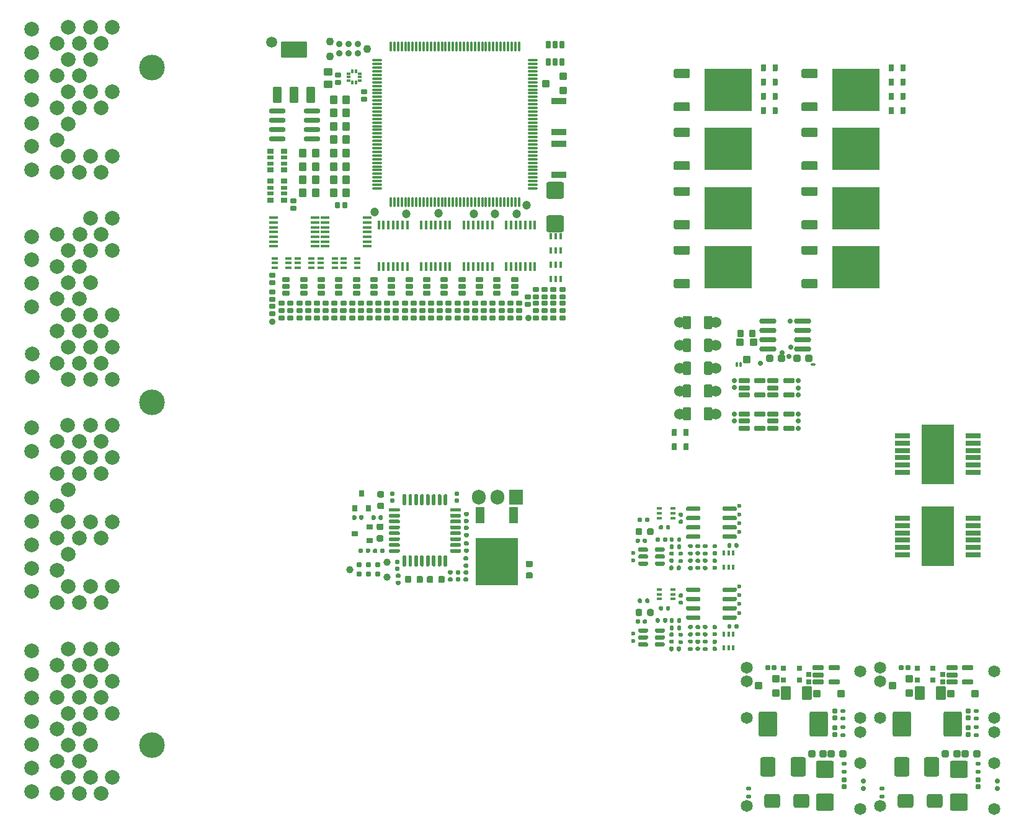
<source format=gts>
G75*
G70*
%OFA0B0*%
%FSLAX25Y25*%
%IPPOS*%
%LPD*%
%AMOC8*
5,1,8,0,0,1.08239X$1,22.5*
%
%AMM17*
21,1,0.039370,0.030320,0.000000,0.000000,90.000000*
21,1,0.028350,0.041340,0.000000,0.000000,90.000000*
1,1,0.011020,0.015160,0.014170*
1,1,0.011020,0.015160,-0.014170*
1,1,0.011020,-0.015160,-0.014170*
1,1,0.011020,-0.015160,0.014170*
%
%AMM18*
21,1,0.047240,0.075980,0.000000,0.000000,0.000000*
21,1,0.034650,0.088580,0.000000,0.000000,0.000000*
1,1,0.012600,0.017320,-0.037990*
1,1,0.012600,-0.017320,-0.037990*
1,1,0.012600,-0.017320,0.037990*
1,1,0.012600,0.017320,0.037990*
%
%AMM19*
21,1,0.047240,0.075990,0.000000,0.000000,0.000000*
21,1,0.034650,0.088580,0.000000,0.000000,0.000000*
1,1,0.012600,0.017320,-0.037990*
1,1,0.012600,-0.017320,-0.037990*
1,1,0.012600,-0.017320,0.037990*
1,1,0.012600,0.017320,0.037990*
%
%AMM20*
21,1,0.141730,0.067720,0.000000,0.000000,0.000000*
21,1,0.120870,0.088580,0.000000,0.000000,0.000000*
1,1,0.020870,0.060430,-0.033860*
1,1,0.020870,-0.060430,-0.033860*
1,1,0.020870,-0.060430,0.033860*
1,1,0.020870,0.060430,0.033860*
%
%AMM21*
21,1,0.043310,0.035430,0.000000,0.000000,0.000000*
21,1,0.031500,0.047240,0.000000,0.000000,0.000000*
1,1,0.011810,0.015750,-0.017720*
1,1,0.011810,-0.015750,-0.017720*
1,1,0.011810,-0.015750,0.017720*
1,1,0.011810,0.015750,0.017720*
%
%AMM22*
21,1,0.027560,0.030710,0.000000,0.000000,180.000000*
21,1,0.018900,0.039370,0.000000,0.000000,180.000000*
1,1,0.008660,-0.009450,0.015350*
1,1,0.008660,0.009450,0.015350*
1,1,0.008660,0.009450,-0.015350*
1,1,0.008660,-0.009450,-0.015350*
%
%AMM23*
21,1,0.031500,0.018900,0.000000,0.000000,180.000000*
21,1,0.022840,0.027560,0.000000,0.000000,180.000000*
1,1,0.008660,-0.011420,0.009450*
1,1,0.008660,0.011420,0.009450*
1,1,0.008660,0.011420,-0.009450*
1,1,0.008660,-0.011420,-0.009450*
%
%AMM24*
21,1,0.027560,0.030710,0.000000,0.000000,270.000000*
21,1,0.018900,0.039370,0.000000,0.000000,270.000000*
1,1,0.008660,-0.015350,-0.009450*
1,1,0.008660,-0.015350,0.009450*
1,1,0.008660,0.015350,0.009450*
1,1,0.008660,0.015350,-0.009450*
%
%AMM25*
21,1,0.090550,0.073230,0.000000,0.000000,90.000000*
21,1,0.069290,0.094490,0.000000,0.000000,90.000000*
1,1,0.021260,0.036610,0.034650*
1,1,0.021260,0.036610,-0.034650*
1,1,0.021260,-0.036610,-0.034650*
1,1,0.021260,-0.036610,0.034650*
%
%AMM26*
21,1,0.029530,0.026380,0.000000,0.000000,90.000000*
21,1,0.020470,0.035430,0.000000,0.000000,90.000000*
1,1,0.009060,0.013190,0.010240*
1,1,0.009060,0.013190,-0.010240*
1,1,0.009060,-0.013190,-0.010240*
1,1,0.009060,-0.013190,0.010240*
%
%AMM27*
21,1,0.021650,0.027950,0.000000,0.000000,90.000000*
21,1,0.014170,0.035430,0.000000,0.000000,90.000000*
1,1,0.007480,0.013980,0.007090*
1,1,0.007480,0.013980,-0.007090*
1,1,0.007480,-0.013980,-0.007090*
1,1,0.007480,-0.013980,0.007090*
%
%AMM28*
21,1,0.035430,0.072440,0.000000,0.000000,90.000000*
21,1,0.025200,0.082680,0.000000,0.000000,90.000000*
1,1,0.010240,0.036220,0.012600*
1,1,0.010240,0.036220,-0.012600*
1,1,0.010240,-0.036220,-0.012600*
1,1,0.010240,-0.036220,0.012600*
%
%AMM29*
21,1,0.016540,0.028980,0.000000,0.000000,90.000000*
21,1,0.010080,0.035430,0.000000,0.000000,90.000000*
1,1,0.006460,0.014490,0.005040*
1,1,0.006460,0.014490,-0.005040*
1,1,0.006460,-0.014490,-0.005040*
1,1,0.006460,-0.014490,0.005040*
%
%AMM30*
21,1,0.016540,0.028980,0.000000,0.000000,180.000000*
21,1,0.010080,0.035430,0.000000,0.000000,180.000000*
1,1,0.006460,-0.005040,0.014490*
1,1,0.006460,0.005040,0.014490*
1,1,0.006460,0.005040,-0.014490*
1,1,0.006460,-0.005040,-0.014490*
%
%AMM31*
21,1,0.043310,0.035430,0.000000,0.000000,270.000000*
21,1,0.031500,0.047240,0.000000,0.000000,270.000000*
1,1,0.011810,-0.017720,-0.015750*
1,1,0.011810,-0.017720,0.015750*
1,1,0.011810,0.017720,0.015750*
1,1,0.011810,0.017720,-0.015750*
%
%AMM32*
21,1,0.031500,0.018900,0.000000,0.000000,90.000000*
21,1,0.022840,0.027560,0.000000,0.000000,90.000000*
1,1,0.008660,0.009450,0.011420*
1,1,0.008660,0.009450,-0.011420*
1,1,0.008660,-0.009450,-0.011420*
1,1,0.008660,-0.009450,0.011420*
%
%AMM59*
21,1,0.040950,0.030320,0.000000,0.000000,180.000000*
21,1,0.028350,0.042910,0.000000,0.000000,180.000000*
1,1,0.012600,-0.014170,0.015160*
1,1,0.012600,0.014170,0.015160*
1,1,0.012600,0.014170,-0.015160*
1,1,0.012600,-0.014170,-0.015160*
%
%AMM60*
21,1,0.038980,0.026770,0.000000,0.000000,0.000000*
21,1,0.026770,0.038980,0.000000,0.000000,0.000000*
1,1,0.012210,0.013390,-0.013390*
1,1,0.012210,-0.013390,-0.013390*
1,1,0.012210,-0.013390,0.013390*
1,1,0.012210,0.013390,0.013390*
%
%AMM61*
21,1,0.033070,0.030710,0.000000,0.000000,180.000000*
21,1,0.022050,0.041730,0.000000,0.000000,180.000000*
1,1,0.011020,-0.011020,0.015350*
1,1,0.011020,0.011020,0.015350*
1,1,0.011020,0.011020,-0.015350*
1,1,0.011020,-0.011020,-0.015350*
%
%AMM63*
21,1,0.027170,0.052760,0.000000,0.000000,270.000000*
21,1,0.017320,0.062600,0.000000,0.000000,270.000000*
1,1,0.009840,-0.026380,-0.008660*
1,1,0.009840,-0.026380,0.008660*
1,1,0.009840,0.026380,0.008660*
1,1,0.009840,0.026380,-0.008660*
%
%AMM69*
21,1,0.025200,0.019680,0.000000,0.000000,270.000000*
21,1,0.015750,0.029130,0.000000,0.000000,270.000000*
1,1,0.009450,-0.009840,-0.007870*
1,1,0.009450,-0.009840,0.007870*
1,1,0.009450,0.009840,0.007870*
1,1,0.009450,0.009840,-0.007870*
%
%AMM71*
21,1,0.025200,0.019680,0.000000,0.000000,0.000000*
21,1,0.015750,0.029130,0.000000,0.000000,0.000000*
1,1,0.009450,0.007870,-0.009840*
1,1,0.009450,-0.007870,-0.009840*
1,1,0.009450,-0.007870,0.009840*
1,1,0.009450,0.007870,0.009840*
%
%AMM78*
21,1,0.092130,0.073230,0.000000,0.000000,270.000000*
21,1,0.069290,0.096060,0.000000,0.000000,270.000000*
1,1,0.022840,-0.036610,-0.034650*
1,1,0.022840,-0.036610,0.034650*
1,1,0.022840,0.036610,0.034650*
1,1,0.022840,0.036610,-0.034650*
%
%AMM79*
21,1,0.100000,0.111020,0.000000,0.000000,0.000000*
21,1,0.075590,0.135430,0.000000,0.000000,0.000000*
1,1,0.024410,0.037800,-0.055510*
1,1,0.024410,-0.037800,-0.055510*
1,1,0.024410,-0.037800,0.055510*
1,1,0.024410,0.037800,0.055510*
%
%AMM80*
21,1,0.080320,0.083460,0.000000,0.000000,0.000000*
21,1,0.059840,0.103940,0.000000,0.000000,0.000000*
1,1,0.020470,0.029920,-0.041730*
1,1,0.020470,-0.029920,-0.041730*
1,1,0.020470,-0.029920,0.041730*
1,1,0.020470,0.029920,0.041730*
%
%AMM81*
21,1,0.084250,0.053540,0.000000,0.000000,180.000000*
21,1,0.065350,0.072440,0.000000,0.000000,180.000000*
1,1,0.018900,-0.032680,0.026770*
1,1,0.018900,0.032680,0.026770*
1,1,0.018900,0.032680,-0.026770*
1,1,0.018900,-0.032680,-0.026770*
%
%AMM82*
21,1,0.040950,0.030320,0.000000,0.000000,90.000000*
21,1,0.028350,0.042910,0.000000,0.000000,90.000000*
1,1,0.012600,0.015160,0.014170*
1,1,0.012600,0.015160,-0.014170*
1,1,0.012600,-0.015160,-0.014170*
1,1,0.012600,-0.015160,0.014170*
%
%AMM83*
21,1,0.041340,0.026770,0.000000,0.000000,0.000000*
21,1,0.029130,0.038980,0.000000,0.000000,0.000000*
1,1,0.012210,0.014570,-0.013390*
1,1,0.012210,-0.014570,-0.013390*
1,1,0.012210,-0.014570,0.013390*
1,1,0.012210,0.014570,0.013390*
%
%AMM84*
21,1,0.076380,0.036220,0.000000,0.000000,90.000000*
21,1,0.061810,0.050790,0.000000,0.000000,90.000000*
1,1,0.014570,0.018110,0.030910*
1,1,0.014570,0.018110,-0.030910*
1,1,0.014570,-0.018110,-0.030910*
1,1,0.014570,-0.018110,0.030910*
%
%AMM85*
21,1,0.021260,0.016540,0.000000,0.000000,270.000000*
21,1,0.012600,0.025200,0.000000,0.000000,270.000000*
1,1,0.008660,-0.008270,-0.006300*
1,1,0.008660,-0.008270,0.006300*
1,1,0.008660,0.008270,0.006300*
1,1,0.008660,0.008270,-0.006300*
%
%AMM86*
21,1,0.029130,0.018900,0.000000,0.000000,90.000000*
21,1,0.018900,0.029130,0.000000,0.000000,90.000000*
1,1,0.010240,0.009450,0.009450*
1,1,0.010240,0.009450,-0.009450*
1,1,0.010240,-0.009450,-0.009450*
1,1,0.010240,-0.009450,0.009450*
%
%ADD10C,0.02362*%
%ADD101C,0.03100*%
%ADD104C,0.03900*%
%ADD107O,0.01260X0.05512*%
%ADD108O,0.05512X0.01260*%
%ADD109M17*%
%ADD110M18*%
%ADD111M19*%
%ADD112M20*%
%ADD113M21*%
%ADD114M22*%
%ADD115C,0.03494*%
%ADD116M23*%
%ADD117M24*%
%ADD118M25*%
%ADD119C,0.03543*%
%ADD120M26*%
%ADD121M27*%
%ADD122M28*%
%ADD123O,0.01575X0.04724*%
%ADD124O,0.04724X0.01575*%
%ADD125M29*%
%ADD126O,0.09055X0.02756*%
%ADD127M30*%
%ADD128R,0.01870X0.01772*%
%ADD129R,0.01772X0.01870*%
%ADD130M31*%
%ADD131M32*%
%ADD132C,0.04294*%
%ADD133C,0.04724*%
%ADD16R,0.25197X0.22835*%
%ADD173R,0.07874X0.02559*%
%ADD174R,0.17717X0.31890*%
%ADD176R,0.03543X0.03150*%
%ADD177R,0.04724X0.08661*%
%ADD178C,0.05118*%
%ADD179R,0.22835X0.25197*%
%ADD180R,0.03150X0.03543*%
%ADD181R,0.07500X0.07874*%
%ADD182O,0.07500X0.07874*%
%ADD192O,0.02520X0.01535*%
%ADD193O,0.01535X0.02520*%
%ADD194M59*%
%ADD195O,0.09213X0.02913*%
%ADD196M60*%
%ADD197M61*%
%ADD198C,0.02913*%
%ADD199R,0.02559X0.01575*%
%ADD200R,0.01575X0.02559*%
%ADD203M63*%
%ADD209M69*%
%ADD211M71*%
%ADD219M78*%
%ADD220M79*%
%ADD221M80*%
%ADD222M81*%
%ADD223M82*%
%ADD224M83*%
%ADD225M84*%
%ADD226M85*%
%ADD227M86*%
%ADD228C,0.06457*%
%ADD33C,0.06000*%
%ADD34C,0.05906*%
%ADD47O,0.01969X0.00984*%
%ADD49O,0.00984X0.01969*%
%ADD52C,0.07874*%
%ADD63C,0.13780*%
X0000000Y0000000D02*
%LPD*%
G01*
D10*
X0402854Y0119341D03*
X0402854Y0114616D03*
X0402854Y0124065D03*
X0402854Y0128789D03*
X0346063Y0103356D03*
X0346063Y0099419D03*
G36*
G01*
X0414469Y0383115D02*
X0414469Y0386186D01*
G75*
G02*
X0414744Y0386462I0000276J0000000D01*
G01*
X0416949Y0386462D01*
G75*
G02*
X0417224Y0386186I0000000J-000276D01*
G01*
X0417224Y0383115D01*
G75*
G02*
X0416949Y0382840I-000276J0000000D01*
G01*
X0414744Y0382840D01*
G75*
G02*
X0414469Y0383115I0000000J0000276D01*
G01*
G37*
G36*
G01*
X0420768Y0383115D02*
X0420768Y0386186D01*
G75*
G02*
X0421043Y0386462I0000276J0000000D01*
G01*
X0423248Y0386462D01*
G75*
G02*
X0423524Y0386186I0000000J-000276D01*
G01*
X0423524Y0383115D01*
G75*
G02*
X0423248Y0382840I-000276J0000000D01*
G01*
X0421043Y0382840D01*
G75*
G02*
X0420768Y0383115I0000000J0000276D01*
G01*
G37*
G36*
G01*
X0367717Y0371063D02*
X0367717Y0374843D01*
G75*
G02*
X0368189Y0375315I0000472J0000000D01*
G01*
X0375906Y0375315D01*
G75*
G02*
X0376378Y0374843I0000000J-000472D01*
G01*
X0376378Y0371063D01*
G75*
G02*
X0375906Y0370591I-000472J0000000D01*
G01*
X0368189Y0370591D01*
G75*
G02*
X0367717Y0371063I0000000J0000472D01*
G01*
G37*
D16*
X0396850Y0363976D03*
G36*
G01*
X0367717Y0353110D02*
X0367717Y0356890D01*
G75*
G02*
X0368189Y0357362I0000472J0000000D01*
G01*
X0375906Y0357362D01*
G75*
G02*
X0376378Y0356890I0000000J-000472D01*
G01*
X0376378Y0353110D01*
G75*
G02*
X0375906Y0352638I-000472J0000000D01*
G01*
X0368189Y0352638D01*
G75*
G02*
X0367717Y0353110I0000000J0000472D01*
G01*
G37*
D33*
X0370807Y0258445D03*
G36*
G01*
X0376102Y0254902D02*
X0373386Y0254902D01*
G75*
G02*
X0372480Y0255807I0000000J0000906D01*
G01*
X0372480Y0261083D01*
G75*
G02*
X0373386Y0261988I0000906J0000000D01*
G01*
X0376102Y0261988D01*
G75*
G02*
X0377008Y0261083I0000000J-000906D01*
G01*
X0377008Y0255807D01*
G75*
G02*
X0376102Y0254902I-000906J0000000D01*
G01*
G37*
G36*
G01*
X0387520Y0254902D02*
X0384803Y0254902D01*
G75*
G02*
X0383898Y0255807I0000000J0000906D01*
G01*
X0383898Y0261083D01*
G75*
G02*
X0384803Y0261988I0000906J0000000D01*
G01*
X0387520Y0261988D01*
G75*
G02*
X0388425Y0261083I0000000J-000906D01*
G01*
X0388425Y0255807D01*
G75*
G02*
X0387520Y0254902I-000906J0000000D01*
G01*
G37*
X0390098Y0258445D03*
G36*
G01*
X0483169Y0398462D02*
X0483169Y0401533D01*
G75*
G02*
X0483445Y0401808I0000276J0000000D01*
G01*
X0485650Y0401808D01*
G75*
G02*
X0485925Y0401533I0000000J-000276D01*
G01*
X0485925Y0398462D01*
G75*
G02*
X0485650Y0398186I-000276J0000000D01*
G01*
X0483445Y0398186D01*
G75*
G02*
X0483169Y0398462I0000000J0000276D01*
G01*
G37*
G36*
G01*
X0489469Y0398462D02*
X0489469Y0401533D01*
G75*
G02*
X0489744Y0401808I0000276J0000000D01*
G01*
X0491949Y0401808D01*
G75*
G02*
X0492224Y0401533I0000000J-000276D01*
G01*
X0492224Y0398462D01*
G75*
G02*
X0491949Y0398186I-000276J0000000D01*
G01*
X0489744Y0398186D01*
G75*
G02*
X0489469Y0398462I0000000J0000276D01*
G01*
G37*
G36*
G01*
X0366634Y0202399D02*
X0366634Y0205470D01*
G75*
G02*
X0366909Y0205746I0000276J0000000D01*
G01*
X0369114Y0205746D01*
G75*
G02*
X0369390Y0205470I0000000J-000276D01*
G01*
X0369390Y0202399D01*
G75*
G02*
X0369114Y0202123I-000276J0000000D01*
G01*
X0366909Y0202123D01*
G75*
G02*
X0366634Y0202399I0000000J0000276D01*
G01*
G37*
G36*
G01*
X0372933Y0202399D02*
X0372933Y0205470D01*
G75*
G02*
X0373209Y0205746I0000276J0000000D01*
G01*
X0375413Y0205746D01*
G75*
G02*
X0375689Y0205470I0000000J-000276D01*
G01*
X0375689Y0202399D01*
G75*
G02*
X0375413Y0202123I-000276J0000000D01*
G01*
X0373209Y0202123D01*
G75*
G02*
X0372933Y0202399I0000000J0000276D01*
G01*
G37*
X0370807Y0246161D03*
G36*
G01*
X0376102Y0242618D02*
X0373386Y0242618D01*
G75*
G02*
X0372480Y0243524I0000000J0000906D01*
G01*
X0372480Y0248799D01*
G75*
G02*
X0373386Y0249705I0000906J0000000D01*
G01*
X0376102Y0249705D01*
G75*
G02*
X0377008Y0248799I0000000J-000906D01*
G01*
X0377008Y0243524D01*
G75*
G02*
X0376102Y0242618I-000906J0000000D01*
G01*
G37*
G36*
G01*
X0387520Y0242618D02*
X0384803Y0242618D01*
G75*
G02*
X0383898Y0243524I0000000J0000906D01*
G01*
X0383898Y0248799D01*
G75*
G02*
X0384803Y0249705I0000906J0000000D01*
G01*
X0387520Y0249705D01*
G75*
G02*
X0388425Y0248799I0000000J-000906D01*
G01*
X0388425Y0243524D01*
G75*
G02*
X0387520Y0242618I-000906J0000000D01*
G01*
G37*
X0390098Y0246161D03*
G36*
G01*
X0414469Y0390789D02*
X0414469Y0393860D01*
G75*
G02*
X0414744Y0394135I0000276J0000000D01*
G01*
X0416949Y0394135D01*
G75*
G02*
X0417224Y0393860I0000000J-000276D01*
G01*
X0417224Y0390789D01*
G75*
G02*
X0416949Y0390513I-000276J0000000D01*
G01*
X0414744Y0390513D01*
G75*
G02*
X0414469Y0390789I0000000J0000276D01*
G01*
G37*
G36*
G01*
X0420768Y0390789D02*
X0420768Y0393860D01*
G75*
G02*
X0421043Y0394135I0000276J0000000D01*
G01*
X0423248Y0394135D01*
G75*
G02*
X0423524Y0393860I0000000J-000276D01*
G01*
X0423524Y0390789D01*
G75*
G02*
X0423248Y0390513I-000276J0000000D01*
G01*
X0421043Y0390513D01*
G75*
G02*
X0420768Y0390789I0000000J0000276D01*
G01*
G37*
G36*
G01*
X0367717Y0307677D02*
X0367717Y0311457D01*
G75*
G02*
X0368189Y0311929I0000472J0000000D01*
G01*
X0375906Y0311929D01*
G75*
G02*
X0376378Y0311457I0000000J-000472D01*
G01*
X0376378Y0307677D01*
G75*
G02*
X0375906Y0307205I-000472J0000000D01*
G01*
X0368189Y0307205D01*
G75*
G02*
X0367717Y0307677I0000000J0000472D01*
G01*
G37*
D16*
X0396850Y0300591D03*
G36*
G01*
X0367717Y0289724D02*
X0367717Y0293504D01*
G75*
G02*
X0368189Y0293976I0000472J0000000D01*
G01*
X0375906Y0293976D01*
G75*
G02*
X0376378Y0293504I0000000J-000472D01*
G01*
X0376378Y0289724D01*
G75*
G02*
X0375906Y0289252I-000472J0000000D01*
G01*
X0368189Y0289252D01*
G75*
G02*
X0367717Y0289724I0000000J0000472D01*
G01*
G37*
D10*
X0402854Y0162844D03*
X0402854Y0158120D03*
X0402854Y0167569D03*
X0402854Y0172293D03*
X0346063Y0146860D03*
X0346063Y0142923D03*
D34*
X0467913Y0083268D03*
X0467913Y0058071D03*
X0467913Y0050591D03*
X0467913Y0033661D03*
D10*
X0469685Y0024213D03*
X0469685Y0020276D03*
D34*
X0467913Y0009055D03*
X0406890Y0085039D03*
X0406890Y0077756D03*
X0406890Y0058268D03*
X0406890Y0010827D03*
D47*
X0442500Y0248084D03*
D49*
X0401752Y0248281D03*
X0403720Y0248281D03*
D10*
X0429508Y0252415D03*
X0426063Y0254482D03*
X0430689Y0257434D03*
X0430394Y0271411D03*
G36*
G01*
X0436417Y0339370D02*
X0436417Y0343150D01*
G75*
G02*
X0436890Y0343622I0000472J0000000D01*
G01*
X0444606Y0343622D01*
G75*
G02*
X0445079Y0343150I0000000J-000472D01*
G01*
X0445079Y0339370D01*
G75*
G02*
X0444606Y0338898I-000472J0000000D01*
G01*
X0436890Y0338898D01*
G75*
G02*
X0436417Y0339370I0000000J0000472D01*
G01*
G37*
D16*
X0465551Y0332283D03*
G36*
G01*
X0436417Y0321417D02*
X0436417Y0325197D01*
G75*
G02*
X0436890Y0325669I0000472J0000000D01*
G01*
X0444606Y0325669D01*
G75*
G02*
X0445079Y0325197I0000000J-000472D01*
G01*
X0445079Y0321417D01*
G75*
G02*
X0444606Y0320945I-000472J0000000D01*
G01*
X0436890Y0320945D01*
G75*
G02*
X0436417Y0321417I0000000J0000472D01*
G01*
G37*
D10*
X0434626Y0239350D03*
X0434626Y0235610D03*
X0434626Y0231870D03*
X0400374Y0235807D03*
X0400374Y0239350D03*
G36*
G01*
X0367717Y0402756D02*
X0367717Y0406535D01*
G75*
G02*
X0368189Y0407008I0000472J0000000D01*
G01*
X0375906Y0407008D01*
G75*
G02*
X0376378Y0406535I0000000J-000472D01*
G01*
X0376378Y0402756D01*
G75*
G02*
X0375906Y0402283I-000472J0000000D01*
G01*
X0368189Y0402283D01*
G75*
G02*
X0367717Y0402756I0000000J0000472D01*
G01*
G37*
D16*
X0396850Y0395669D03*
G36*
G01*
X0367717Y0384803D02*
X0367717Y0388583D01*
G75*
G02*
X0368189Y0389055I0000472J0000000D01*
G01*
X0375906Y0389055D01*
G75*
G02*
X0376378Y0388583I0000000J-000472D01*
G01*
X0376378Y0384803D01*
G75*
G02*
X0375906Y0384331I-000472J0000000D01*
G01*
X0368189Y0384331D01*
G75*
G02*
X0367717Y0384803I0000000J0000472D01*
G01*
G37*
G36*
G01*
X0367717Y0339370D02*
X0367717Y0343150D01*
G75*
G02*
X0368189Y0343622I0000472J0000000D01*
G01*
X0375906Y0343622D01*
G75*
G02*
X0376378Y0343150I0000000J-000472D01*
G01*
X0376378Y0339370D01*
G75*
G02*
X0375906Y0338898I-000472J0000000D01*
G01*
X0368189Y0338898D01*
G75*
G02*
X0367717Y0339370I0000000J0000472D01*
G01*
G37*
X0396850Y0332283D03*
G36*
G01*
X0367717Y0321417D02*
X0367717Y0325197D01*
G75*
G02*
X0368189Y0325669I0000472J0000000D01*
G01*
X0375906Y0325669D01*
G75*
G02*
X0376378Y0325197I0000000J-000472D01*
G01*
X0376378Y0321417D01*
G75*
G02*
X0375906Y0320945I-000472J0000000D01*
G01*
X0368189Y0320945D01*
G75*
G02*
X0367717Y0321417I0000000J0000472D01*
G01*
G37*
G36*
G01*
X0483169Y0390789D02*
X0483169Y0393860D01*
G75*
G02*
X0483445Y0394135I0000276J0000000D01*
G01*
X0485650Y0394135D01*
G75*
G02*
X0485925Y0393860I0000000J-000276D01*
G01*
X0485925Y0390789D01*
G75*
G02*
X0485650Y0390513I-000276J0000000D01*
G01*
X0483445Y0390513D01*
G75*
G02*
X0483169Y0390789I0000000J0000276D01*
G01*
G37*
G36*
G01*
X0489469Y0390789D02*
X0489469Y0393860D01*
G75*
G02*
X0489744Y0394135I0000276J0000000D01*
G01*
X0491949Y0394135D01*
G75*
G02*
X0492224Y0393860I0000000J-000276D01*
G01*
X0492224Y0390789D01*
G75*
G02*
X0491949Y0390513I-000276J0000000D01*
G01*
X0489744Y0390513D01*
G75*
G02*
X0489469Y0390789I0000000J0000276D01*
G01*
G37*
D10*
X0434626Y0221437D03*
X0434626Y0217697D03*
X0434626Y0213957D03*
X0400374Y0217894D03*
X0400374Y0221437D03*
G36*
G01*
X0436417Y0402756D02*
X0436417Y0406535D01*
G75*
G02*
X0436890Y0407008I0000472J0000000D01*
G01*
X0444606Y0407008D01*
G75*
G02*
X0445079Y0406535I0000000J-000472D01*
G01*
X0445079Y0402756D01*
G75*
G02*
X0444606Y0402283I-000472J0000000D01*
G01*
X0436890Y0402283D01*
G75*
G02*
X0436417Y0402756I0000000J0000472D01*
G01*
G37*
D16*
X0465551Y0395669D03*
G36*
G01*
X0436417Y0384803D02*
X0436417Y0388583D01*
G75*
G02*
X0436890Y0389055I0000472J0000000D01*
G01*
X0444606Y0389055D01*
G75*
G02*
X0445079Y0388583I0000000J-000472D01*
G01*
X0445079Y0384803D01*
G75*
G02*
X0444606Y0384331I-000472J0000000D01*
G01*
X0436890Y0384331D01*
G75*
G02*
X0436417Y0384803I0000000J0000472D01*
G01*
G37*
G36*
G01*
X0436417Y0307677D02*
X0436417Y0311457D01*
G75*
G02*
X0436890Y0311929I0000472J0000000D01*
G01*
X0444606Y0311929D01*
G75*
G02*
X0445079Y0311457I0000000J-000472D01*
G01*
X0445079Y0307677D01*
G75*
G02*
X0444606Y0307205I-000472J0000000D01*
G01*
X0436890Y0307205D01*
G75*
G02*
X0436417Y0307677I0000000J0000472D01*
G01*
G37*
X0465551Y0300591D03*
G36*
G01*
X0436417Y0289724D02*
X0436417Y0293504D01*
G75*
G02*
X0436890Y0293976I0000472J0000000D01*
G01*
X0444606Y0293976D01*
G75*
G02*
X0445079Y0293504I0000000J-000472D01*
G01*
X0445079Y0289724D01*
G75*
G02*
X0444606Y0289252I-000472J0000000D01*
G01*
X0436890Y0289252D01*
G75*
G02*
X0436417Y0289724I0000000J0000472D01*
G01*
G37*
G36*
G01*
X0483169Y0383115D02*
X0483169Y0386186D01*
G75*
G02*
X0483445Y0386462I0000276J0000000D01*
G01*
X0485650Y0386462D01*
G75*
G02*
X0485925Y0386186I0000000J-000276D01*
G01*
X0485925Y0383115D01*
G75*
G02*
X0485650Y0382840I-000276J0000000D01*
G01*
X0483445Y0382840D01*
G75*
G02*
X0483169Y0383115I0000000J0000276D01*
G01*
G37*
G36*
G01*
X0489469Y0383115D02*
X0489469Y0386186D01*
G75*
G02*
X0489744Y0386462I0000276J0000000D01*
G01*
X0491949Y0386462D01*
G75*
G02*
X0492224Y0386186I0000000J-000276D01*
G01*
X0492224Y0383115D01*
G75*
G02*
X0491949Y0382840I-000276J0000000D01*
G01*
X0489744Y0382840D01*
G75*
G02*
X0489469Y0383115I0000000J0000276D01*
G01*
G37*
G36*
G01*
X0414469Y0398462D02*
X0414469Y0401533D01*
G75*
G02*
X0414744Y0401808I0000276J0000000D01*
G01*
X0416949Y0401808D01*
G75*
G02*
X0417224Y0401533I0000000J-000276D01*
G01*
X0417224Y0398462D01*
G75*
G02*
X0416949Y0398186I-000276J0000000D01*
G01*
X0414744Y0398186D01*
G75*
G02*
X0414469Y0398462I0000000J0000276D01*
G01*
G37*
G36*
G01*
X0420768Y0398462D02*
X0420768Y0401533D01*
G75*
G02*
X0421043Y0401808I0000276J0000000D01*
G01*
X0423248Y0401808D01*
G75*
G02*
X0423524Y0401533I0000000J-000276D01*
G01*
X0423524Y0398462D01*
G75*
G02*
X0423248Y0398186I-000276J0000000D01*
G01*
X0421043Y0398186D01*
G75*
G02*
X0420768Y0398462I0000000J0000276D01*
G01*
G37*
G36*
G01*
X0366634Y0210072D02*
X0366634Y0213143D01*
G75*
G02*
X0366909Y0213419I0000276J0000000D01*
G01*
X0369114Y0213419D01*
G75*
G02*
X0369390Y0213143I0000000J-000276D01*
G01*
X0369390Y0210072D01*
G75*
G02*
X0369114Y0209797I-000276J0000000D01*
G01*
X0366909Y0209797D01*
G75*
G02*
X0366634Y0210072I0000000J0000276D01*
G01*
G37*
G36*
G01*
X0372933Y0210072D02*
X0372933Y0213143D01*
G75*
G02*
X0373209Y0213419I0000276J0000000D01*
G01*
X0375413Y0213419D01*
G75*
G02*
X0375689Y0213143I0000000J-000276D01*
G01*
X0375689Y0210072D01*
G75*
G02*
X0375413Y0209797I-000276J0000000D01*
G01*
X0373209Y0209797D01*
G75*
G02*
X0372933Y0210072I0000000J0000276D01*
G01*
G37*
G36*
G01*
X0414469Y0406135D02*
X0414469Y0409206D01*
G75*
G02*
X0414744Y0409482I0000276J0000000D01*
G01*
X0416949Y0409482D01*
G75*
G02*
X0417224Y0409206I0000000J-000276D01*
G01*
X0417224Y0406135D01*
G75*
G02*
X0416949Y0405860I-000276J0000000D01*
G01*
X0414744Y0405860D01*
G75*
G02*
X0414469Y0406135I0000000J0000276D01*
G01*
G37*
G36*
G01*
X0420768Y0406135D02*
X0420768Y0409206D01*
G75*
G02*
X0421043Y0409482I0000276J0000000D01*
G01*
X0423248Y0409482D01*
G75*
G02*
X0423524Y0409206I0000000J-000276D01*
G01*
X0423524Y0406135D01*
G75*
G02*
X0423248Y0405860I-000276J0000000D01*
G01*
X0421043Y0405860D01*
G75*
G02*
X0420768Y0406135I0000000J0000276D01*
G01*
G37*
D33*
X0370807Y0233878D03*
G36*
G01*
X0376102Y0230335D02*
X0373386Y0230335D01*
G75*
G02*
X0372480Y0231240I0000000J0000906D01*
G01*
X0372480Y0236516D01*
G75*
G02*
X0373386Y0237421I0000906J0000000D01*
G01*
X0376102Y0237421D01*
G75*
G02*
X0377008Y0236516I0000000J-000906D01*
G01*
X0377008Y0231240D01*
G75*
G02*
X0376102Y0230335I-000906J0000000D01*
G01*
G37*
G36*
G01*
X0387520Y0230335D02*
X0384803Y0230335D01*
G75*
G02*
X0383898Y0231240I0000000J0000906D01*
G01*
X0383898Y0236516D01*
G75*
G02*
X0384803Y0237421I0000906J0000000D01*
G01*
X0387520Y0237421D01*
G75*
G02*
X0388425Y0236516I0000000J-000906D01*
G01*
X0388425Y0231240D01*
G75*
G02*
X0387520Y0230335I-000906J0000000D01*
G01*
G37*
X0390098Y0233878D03*
D63*
X0087402Y0407874D03*
X0087402Y0227756D03*
X0087402Y0043307D03*
D52*
X0022638Y0428346D03*
X0022638Y0415748D03*
X0022638Y0403150D03*
X0022638Y0390551D03*
X0022638Y0377953D03*
X0022638Y0365354D03*
X0022638Y0352756D03*
X0042323Y0429528D03*
X0036417Y0420866D03*
X0042323Y0412205D03*
X0036417Y0403543D03*
X0042323Y0394882D03*
X0036417Y0386220D03*
X0042323Y0377559D03*
X0036417Y0368898D03*
X0042323Y0360236D03*
X0036417Y0351575D03*
X0054134Y0429528D03*
X0048228Y0420866D03*
X0054134Y0412205D03*
X0048228Y0403543D03*
X0054134Y0394882D03*
X0048228Y0386220D03*
X0054134Y0360236D03*
X0048228Y0351575D03*
X0065945Y0429528D03*
X0060039Y0420866D03*
X0065945Y0394882D03*
X0060039Y0386220D03*
X0065945Y0360236D03*
X0060039Y0351575D03*
X0022638Y0316929D03*
X0022638Y0304331D03*
X0022638Y0291732D03*
X0022638Y0279134D03*
X0023031Y0253937D03*
X0023031Y0241339D03*
X0036417Y0318110D03*
X0042323Y0309449D03*
X0036417Y0300787D03*
X0042323Y0292126D03*
X0036417Y0283465D03*
X0042323Y0274803D03*
X0036417Y0266142D03*
X0042323Y0257480D03*
X0036417Y0248819D03*
X0042323Y0240157D03*
X0054134Y0326772D03*
X0048622Y0318110D03*
X0054134Y0309449D03*
X0048228Y0300787D03*
X0054134Y0292126D03*
X0048228Y0283465D03*
X0054134Y0274803D03*
X0048228Y0266142D03*
X0054134Y0257480D03*
X0048228Y0248819D03*
X0054134Y0240157D03*
X0065945Y0326772D03*
X0060039Y0318110D03*
X0065945Y0309449D03*
X0065945Y0274803D03*
X0060039Y0266142D03*
X0065945Y0257480D03*
X0060039Y0248819D03*
X0065945Y0240157D03*
X0022638Y0214173D03*
X0022638Y0201575D03*
X0022638Y0176378D03*
X0022638Y0163780D03*
X0022638Y0151181D03*
X0022638Y0138583D03*
X0022638Y0125984D03*
X0041929Y0215354D03*
X0036417Y0206693D03*
X0042323Y0198031D03*
X0036417Y0189370D03*
X0042323Y0180709D03*
X0036417Y0172047D03*
X0042323Y0163386D03*
X0036417Y0154724D03*
X0042323Y0146063D03*
X0036417Y0137402D03*
X0042323Y0128740D03*
X0036417Y0120079D03*
X0054134Y0215354D03*
X0048228Y0206693D03*
X0054134Y0198031D03*
X0048228Y0189370D03*
X0054134Y0163386D03*
X0048228Y0154724D03*
X0054134Y0128740D03*
X0048228Y0120079D03*
X0065945Y0215354D03*
X0060039Y0206693D03*
X0065945Y0198031D03*
X0060039Y0189370D03*
X0065945Y0163386D03*
X0060039Y0154724D03*
X0065945Y0128740D03*
X0060039Y0120079D03*
X0022638Y0094094D03*
X0022638Y0081496D03*
X0022638Y0068898D03*
X0022638Y0056299D03*
X0022638Y0043701D03*
X0022638Y0031102D03*
X0022638Y0018504D03*
X0042323Y0095276D03*
X0036417Y0086614D03*
X0042323Y0077953D03*
X0036417Y0069291D03*
X0042323Y0060630D03*
X0036417Y0051969D03*
X0042323Y0043307D03*
X0036417Y0034646D03*
X0042323Y0025984D03*
X0036417Y0017323D03*
X0054134Y0095276D03*
X0048228Y0086614D03*
X0054134Y0077953D03*
X0048228Y0069291D03*
X0054134Y0060630D03*
X0048228Y0051969D03*
X0054134Y0043307D03*
X0048228Y0034646D03*
X0054134Y0025984D03*
X0048228Y0017323D03*
X0065945Y0095276D03*
X0060039Y0086614D03*
X0065945Y0077953D03*
X0060039Y0069291D03*
X0065945Y0060630D03*
X0065945Y0025984D03*
X0060039Y0017323D03*
G36*
G01*
X0436417Y0371063D02*
X0436417Y0374843D01*
G75*
G02*
X0436890Y0375315I0000472J0000000D01*
G01*
X0444606Y0375315D01*
G75*
G02*
X0445079Y0374843I0000000J-000472D01*
G01*
X0445079Y0371063D01*
G75*
G02*
X0444606Y0370591I-000472J0000000D01*
G01*
X0436890Y0370591D01*
G75*
G02*
X0436417Y0371063I0000000J0000472D01*
G01*
G37*
D16*
X0465551Y0363976D03*
G36*
G01*
X0436417Y0353110D02*
X0436417Y0356890D01*
G75*
G02*
X0436890Y0357362I0000472J0000000D01*
G01*
X0444606Y0357362D01*
G75*
G02*
X0445079Y0356890I0000000J-000472D01*
G01*
X0445079Y0353110D01*
G75*
G02*
X0444606Y0352638I-000472J0000000D01*
G01*
X0436890Y0352638D01*
G75*
G02*
X0436417Y0353110I0000000J0000472D01*
G01*
G37*
D33*
X0370807Y0221594D03*
G36*
G01*
X0376102Y0218051D02*
X0373386Y0218051D01*
G75*
G02*
X0372480Y0218957I0000000J0000906D01*
G01*
X0372480Y0224232D01*
G75*
G02*
X0373386Y0225138I0000906J0000000D01*
G01*
X0376102Y0225138D01*
G75*
G02*
X0377008Y0224232I0000000J-000906D01*
G01*
X0377008Y0218957D01*
G75*
G02*
X0376102Y0218051I-000906J0000000D01*
G01*
G37*
G36*
G01*
X0387520Y0218051D02*
X0384803Y0218051D01*
G75*
G02*
X0383898Y0218957I0000000J0000906D01*
G01*
X0383898Y0224232D01*
G75*
G02*
X0384803Y0225138I0000906J0000000D01*
G01*
X0387520Y0225138D01*
G75*
G02*
X0388425Y0224232I0000000J-000906D01*
G01*
X0388425Y0218957D01*
G75*
G02*
X0387520Y0218051I-000906J0000000D01*
G01*
G37*
X0390098Y0221594D03*
G36*
G01*
X0483169Y0406135D02*
X0483169Y0409206D01*
G75*
G02*
X0483445Y0409482I0000276J0000000D01*
G01*
X0485650Y0409482D01*
G75*
G02*
X0485925Y0409206I0000000J-000276D01*
G01*
X0485925Y0406135D01*
G75*
G02*
X0485650Y0405860I-000276J0000000D01*
G01*
X0483445Y0405860D01*
G75*
G02*
X0483169Y0406135I0000000J0000276D01*
G01*
G37*
G36*
G01*
X0489469Y0406135D02*
X0489469Y0409206D01*
G75*
G02*
X0489744Y0409482I0000276J0000000D01*
G01*
X0491949Y0409482D01*
G75*
G02*
X0492224Y0409206I0000000J-000276D01*
G01*
X0492224Y0406135D01*
G75*
G02*
X0491949Y0405860I-000276J0000000D01*
G01*
X0489744Y0405860D01*
G75*
G02*
X0489469Y0406135I0000000J0000276D01*
G01*
G37*
X0370807Y0270728D03*
G36*
G01*
X0376102Y0267185D02*
X0373386Y0267185D01*
G75*
G02*
X0372480Y0268091I0000000J0000906D01*
G01*
X0372480Y0273366D01*
G75*
G02*
X0373386Y0274272I0000906J0000000D01*
G01*
X0376102Y0274272D01*
G75*
G02*
X0377008Y0273366I0000000J-000906D01*
G01*
X0377008Y0268091D01*
G75*
G02*
X0376102Y0267185I-000906J0000000D01*
G01*
G37*
G36*
G01*
X0387520Y0267185D02*
X0384803Y0267185D01*
G75*
G02*
X0383898Y0268091I0000000J0000906D01*
G01*
X0383898Y0273366D01*
G75*
G02*
X0384803Y0274272I0000906J0000000D01*
G01*
X0387520Y0274272D01*
G75*
G02*
X0388425Y0273366I0000000J-000906D01*
G01*
X0388425Y0268091D01*
G75*
G02*
X0387520Y0267185I-000906J0000000D01*
G01*
G37*
X0390098Y0270728D03*
D34*
X0539764Y0083268D03*
X0539764Y0058071D03*
X0539764Y0050591D03*
X0539764Y0033661D03*
D10*
X0541535Y0024213D03*
X0541535Y0020276D03*
D34*
X0539764Y0009055D03*
X0478740Y0085039D03*
X0478740Y0077756D03*
X0478740Y0058268D03*
X0478740Y0010827D03*
X0147146Y0268012D02*
G01*
G75*
D107*
X0215551Y0419095D02*
D03*
X0217520Y0419095D02*
D03*
X0219488Y0419095D02*
D03*
X0221457Y0419095D02*
D03*
X0223425Y0419095D02*
D03*
X0225394Y0419095D02*
D03*
X0227362Y0419095D02*
D03*
X0229331Y0419095D02*
D03*
X0231299Y0419095D02*
D03*
X0233268Y0419095D02*
D03*
X0235236Y0419095D02*
D03*
X0237205Y0419095D02*
D03*
X0239174Y0419095D02*
D03*
X0241142Y0419095D02*
D03*
X0243111Y0419095D02*
D03*
X0245079Y0419095D02*
D03*
X0247048Y0419095D02*
D03*
X0249016Y0419095D02*
D03*
X0250985Y0419095D02*
D03*
X0252953Y0419095D02*
D03*
X0254922Y0419095D02*
D03*
X0256890Y0419095D02*
D03*
X0258859Y0419095D02*
D03*
X0260827Y0419095D02*
D03*
X0262796Y0419095D02*
D03*
X0264764Y0419095D02*
D03*
X0266733Y0419095D02*
D03*
X0268701Y0419095D02*
D03*
X0270670Y0419095D02*
D03*
X0272638Y0419095D02*
D03*
X0274607Y0419095D02*
D03*
X0276575Y0419095D02*
D03*
X0278544Y0419095D02*
D03*
X0280512Y0419095D02*
D03*
X0282481Y0419095D02*
D03*
X0284449Y0419095D02*
D03*
X0284449Y0335433D02*
D03*
X0282481Y0335433D02*
D03*
X0280512Y0335433D02*
D03*
X0278544Y0335433D02*
D03*
X0276575Y0335433D02*
D03*
X0274607Y0335433D02*
D03*
X0272638Y0335433D02*
D03*
X0270670Y0335433D02*
D03*
X0268701Y0335433D02*
D03*
X0266733Y0335433D02*
D03*
X0264764Y0335433D02*
D03*
X0262796Y0335433D02*
D03*
X0260827Y0335433D02*
D03*
X0258859Y0335433D02*
D03*
X0256890Y0335433D02*
D03*
X0254922Y0335433D02*
D03*
X0252953Y0335433D02*
D03*
X0250985Y0335433D02*
D03*
X0249016Y0335433D02*
D03*
X0247048Y0335433D02*
D03*
X0245079Y0335433D02*
D03*
X0243111Y0335433D02*
D03*
X0241142Y0335433D02*
D03*
X0239174Y0335433D02*
D03*
X0237205Y0335433D02*
D03*
X0235236Y0335433D02*
D03*
X0233268Y0335433D02*
D03*
X0231299Y0335433D02*
D03*
X0229331Y0335433D02*
D03*
X0227362Y0335433D02*
D03*
X0225394Y0335433D02*
D03*
X0223425Y0335433D02*
D03*
X0221457Y0335433D02*
D03*
X0219488Y0335433D02*
D03*
X0217520Y0335433D02*
D03*
X0215551Y0335433D02*
D03*
D108*
X0291831Y0411713D02*
D03*
X0291831Y0409744D02*
D03*
X0291831Y0407776D02*
D03*
X0291831Y0405807D02*
D03*
X0291831Y0403839D02*
D03*
X0291831Y0401870D02*
D03*
X0291831Y0399902D02*
D03*
X0291831Y0397933D02*
D03*
X0291831Y0395965D02*
D03*
X0291831Y0393996D02*
D03*
X0291831Y0392028D02*
D03*
X0291831Y0390059D02*
D03*
X0291831Y0388091D02*
D03*
X0291831Y0386122D02*
D03*
X0291831Y0384154D02*
D03*
X0291831Y0382185D02*
D03*
X0291831Y0380217D02*
D03*
X0291831Y0378248D02*
D03*
X0291831Y0376280D02*
D03*
X0291831Y0374311D02*
D03*
X0291831Y0372343D02*
D03*
X0291831Y0370374D02*
D03*
X0291831Y0368406D02*
D03*
X0291831Y0366437D02*
D03*
X0291831Y0364469D02*
D03*
X0291831Y0362500D02*
D03*
X0291831Y0360532D02*
D03*
X0291831Y0358563D02*
D03*
X0291831Y0356595D02*
D03*
X0291831Y0354626D02*
D03*
X0291831Y0352658D02*
D03*
X0291831Y0350689D02*
D03*
X0291831Y0348721D02*
D03*
X0291831Y0346752D02*
D03*
X0291831Y0344784D02*
D03*
X0291831Y0342815D02*
D03*
X0208170Y0342815D02*
D03*
X0208170Y0344784D02*
D03*
X0208170Y0346752D02*
D03*
X0208170Y0348721D02*
D03*
X0208170Y0350689D02*
D03*
X0208170Y0352658D02*
D03*
X0208170Y0354626D02*
D03*
X0208170Y0356595D02*
D03*
X0208170Y0358563D02*
D03*
X0208170Y0360532D02*
D03*
X0208170Y0362500D02*
D03*
X0208170Y0364469D02*
D03*
X0208170Y0366437D02*
D03*
X0208170Y0368406D02*
D03*
X0208170Y0370374D02*
D03*
X0208170Y0372343D02*
D03*
X0208170Y0374311D02*
D03*
X0208170Y0376280D02*
D03*
X0208170Y0378248D02*
D03*
X0208170Y0380217D02*
D03*
X0208170Y0382185D02*
D03*
X0208170Y0384154D02*
D03*
X0208170Y0386122D02*
D03*
X0208170Y0388091D02*
D03*
X0208170Y0390059D02*
D03*
X0208170Y0392028D02*
D03*
X0208170Y0393996D02*
D03*
X0208170Y0395965D02*
D03*
X0208170Y0397933D02*
D03*
X0208170Y0399902D02*
D03*
X0208170Y0401870D02*
D03*
X0208170Y0403839D02*
D03*
X0208170Y0405807D02*
D03*
X0208170Y0407776D02*
D03*
X0208170Y0409744D02*
D03*
X0208170Y0411713D02*
D03*
D109*
X0308176Y0395524D02*
D03*
X0298924Y0399264D02*
D03*
D109*
X0308176Y0403004D02*
D03*
D110*
X0154626Y0393209D02*
D03*
X0172737Y0393209D02*
D03*
D111*
X0163681Y0393209D02*
D03*
D112*
X0163681Y0417618D02*
D03*
D113*
X0184941Y0369193D02*
D03*
X0191634Y0369193D02*
D03*
X0191634Y0376280D02*
D03*
X0184941Y0376280D02*
D03*
X0184941Y0383366D02*
D03*
X0191634Y0383366D02*
D03*
X0191634Y0390453D02*
D03*
X0184941Y0390453D02*
D03*
X0175099Y0361713D02*
D03*
X0168406Y0361713D02*
D03*
X0191634Y0361713D02*
D03*
X0184941Y0361713D02*
D03*
X0175099Y0354626D02*
D03*
X0168406Y0354626D02*
D03*
X0191634Y0354626D02*
D03*
X0184941Y0354626D02*
D03*
X0175099Y0347540D02*
D03*
X0168406Y0347540D02*
D03*
X0191634Y0347540D02*
D03*
X0184941Y0347540D02*
D03*
X0168406Y0340453D02*
D03*
X0175099Y0340453D02*
D03*
X0191634Y0340453D02*
D03*
X0184941Y0340453D02*
D03*
D114*
X0307577Y0420151D02*
D03*
X0303837Y0420151D02*
D03*
X0300096Y0420151D02*
D03*
X0300096Y0410702D02*
D03*
X0303837Y0410702D02*
D03*
X0307577Y0410702D02*
D03*
D115*
X0197894Y0420453D02*
D03*
X0197894Y0415453D02*
D03*
X0192894Y0420453D02*
D03*
X0192894Y0415453D02*
D03*
X0187894Y0420453D02*
D03*
X0187894Y0415453D02*
D03*
D116*
X0151870Y0275492D02*
D03*
X0151870Y0279429D02*
D03*
X0298327Y0288484D02*
D03*
X0298327Y0284547D02*
D03*
X0194784Y0277067D02*
D03*
X0194784Y0273130D02*
D03*
X0208957Y0277067D02*
D03*
X0208957Y0273130D02*
D03*
X0227855Y0281004D02*
D03*
X0227855Y0277067D02*
D03*
X0227855Y0273130D02*
D03*
X0227855Y0277067D02*
D03*
X0237304Y0277067D02*
D03*
X0237304Y0281004D02*
D03*
X0237304Y0277067D02*
D03*
X0237304Y0273130D02*
D03*
X0260926Y0281004D02*
D03*
X0260926Y0277067D02*
D03*
X0284548Y0277067D02*
D03*
X0284548Y0281004D02*
D03*
X0284548Y0277067D02*
D03*
X0284548Y0273130D02*
D03*
X0201182Y0390847D02*
D03*
X0201182Y0394784D02*
D03*
X0289272Y0280610D02*
D03*
X0289272Y0284547D02*
D03*
X0151870Y0296162D02*
D03*
X0151870Y0292225D02*
D03*
X0163288Y0332185D02*
D03*
X0163288Y0336122D02*
D03*
X0307776Y0284547D02*
D03*
X0307776Y0288484D02*
D03*
X0303051Y0284547D02*
D03*
X0303051Y0288484D02*
D03*
X0293603Y0284547D02*
D03*
X0293603Y0288484D02*
D03*
X0156989Y0277067D02*
D03*
X0156989Y0281004D02*
D03*
X0161713Y0277067D02*
D03*
X0161713Y0281004D02*
D03*
X0166437Y0277067D02*
D03*
X0166437Y0281004D02*
D03*
X0171162Y0277067D02*
D03*
X0171162Y0281004D02*
D03*
X0156989Y0277067D02*
D03*
X0156989Y0273130D02*
D03*
X0161713Y0277067D02*
D03*
X0161713Y0273130D02*
D03*
X0166437Y0277067D02*
D03*
X0166437Y0273130D02*
D03*
X0171162Y0277067D02*
D03*
X0171162Y0273130D02*
D03*
X0175886Y0277067D02*
D03*
X0175886Y0281004D02*
D03*
X0180611Y0277067D02*
D03*
X0180611Y0281004D02*
D03*
X0185335Y0277067D02*
D03*
X0185335Y0281004D02*
D03*
X0190177Y0277067D02*
D03*
X0190177Y0281004D02*
D03*
X0175886Y0277067D02*
D03*
X0175886Y0273130D02*
D03*
X0180611Y0277067D02*
D03*
X0180611Y0273130D02*
D03*
X0185335Y0277067D02*
D03*
X0185335Y0273130D02*
D03*
X0190059Y0277067D02*
D03*
X0190059Y0273130D02*
D03*
X0194784Y0277067D02*
D03*
X0194784Y0281004D02*
D03*
X0199508Y0277067D02*
D03*
X0199508Y0281004D02*
D03*
X0204233Y0277067D02*
D03*
X0204233Y0281004D02*
D03*
X0208957Y0277067D02*
D03*
X0208957Y0281004D02*
D03*
X0199508Y0277067D02*
D03*
X0199508Y0273130D02*
D03*
X0204233Y0277067D02*
D03*
X0204233Y0273130D02*
D03*
X0213682Y0281004D02*
D03*
X0213682Y0277067D02*
D03*
X0218406Y0281004D02*
D03*
X0218406Y0277067D02*
D03*
X0223130Y0281004D02*
D03*
X0223130Y0277067D02*
D03*
X0213682Y0273130D02*
D03*
X0213682Y0277067D02*
D03*
X0218406Y0273130D02*
D03*
X0218406Y0277067D02*
D03*
X0223130Y0273130D02*
D03*
X0223130Y0277067D02*
D03*
X0232579Y0277067D02*
D03*
X0232579Y0281004D02*
D03*
X0242028Y0277067D02*
D03*
X0242028Y0281004D02*
D03*
X0246752Y0277067D02*
D03*
X0246752Y0281004D02*
D03*
X0232579Y0277067D02*
D03*
X0232579Y0273130D02*
D03*
X0242028Y0277067D02*
D03*
X0242028Y0273130D02*
D03*
X0246752Y0277067D02*
D03*
X0246752Y0273130D02*
D03*
X0251477Y0281004D02*
D03*
X0251477Y0277067D02*
D03*
X0256201Y0281004D02*
D03*
X0256201Y0277067D02*
D03*
X0265650Y0281004D02*
D03*
X0265650Y0277067D02*
D03*
X0251477Y0273130D02*
D03*
X0251477Y0277067D02*
D03*
X0256201Y0273130D02*
D03*
X0256201Y0277067D02*
D03*
X0260926Y0273130D02*
D03*
X0260926Y0277067D02*
D03*
X0265650Y0273130D02*
D03*
X0265650Y0277067D02*
D03*
X0270374Y0277067D02*
D03*
X0270374Y0281004D02*
D03*
X0275099Y0277067D02*
D03*
X0275099Y0281004D02*
D03*
X0279823Y0277067D02*
D03*
X0279823Y0281004D02*
D03*
X0270374Y0277067D02*
D03*
X0270374Y0273130D02*
D03*
X0275099Y0277067D02*
D03*
X0275099Y0273130D02*
D03*
X0279823Y0277067D02*
D03*
X0279823Y0273130D02*
D03*
X0293603Y0281004D02*
D03*
X0293603Y0277067D02*
D03*
X0298327Y0281004D02*
D03*
X0298327Y0277067D02*
D03*
X0303051Y0281004D02*
D03*
X0303051Y0277067D02*
D03*
X0307776Y0281004D02*
D03*
X0307776Y0277067D02*
D03*
X0293603Y0273130D02*
D03*
X0293603Y0277067D02*
D03*
X0298327Y0273130D02*
D03*
X0298327Y0277067D02*
D03*
X0303051Y0273130D02*
D03*
X0303051Y0277067D02*
D03*
X0307776Y0273130D02*
D03*
X0307776Y0277067D02*
D03*
X0151870Y0287106D02*
D03*
X0151870Y0283169D02*
D03*
X0187303Y0399902D02*
D03*
X0187303Y0403839D02*
D03*
D117*
X0206595Y0293799D02*
D03*
X0206595Y0290059D02*
D03*
X0206595Y0286319D02*
D03*
X0197146Y0286319D02*
D03*
X0197146Y0290059D02*
D03*
X0197146Y0293799D02*
D03*
X0168800Y0293799D02*
D03*
X0168800Y0290059D02*
D03*
X0168800Y0286319D02*
D03*
X0159351Y0286319D02*
D03*
X0159351Y0290059D02*
D03*
X0159351Y0293799D02*
D03*
X0187697Y0293799D02*
D03*
X0187697Y0290059D02*
D03*
X0187697Y0286319D02*
D03*
X0178248Y0286319D02*
D03*
X0178248Y0290059D02*
D03*
X0178248Y0293799D02*
D03*
X0225493Y0293799D02*
D03*
X0225493Y0290059D02*
D03*
X0225493Y0286319D02*
D03*
X0216044Y0286319D02*
D03*
X0216044Y0290059D02*
D03*
X0216044Y0293799D02*
D03*
X0244390Y0293799D02*
D03*
X0244390Y0290059D02*
D03*
X0244390Y0286319D02*
D03*
X0234941Y0286319D02*
D03*
X0234941Y0290059D02*
D03*
X0234941Y0293799D02*
D03*
X0263288Y0293799D02*
D03*
X0263288Y0290059D02*
D03*
X0263288Y0286319D02*
D03*
X0253839Y0286319D02*
D03*
X0253839Y0290059D02*
D03*
X0253839Y0293799D02*
D03*
X0282185Y0293799D02*
D03*
X0282185Y0290059D02*
D03*
X0282185Y0286319D02*
D03*
X0272737Y0286319D02*
D03*
X0272737Y0290059D02*
D03*
X0272737Y0293799D02*
D03*
D118*
X0303839Y0323917D02*
D03*
X0303839Y0341634D02*
D03*
D119*
X0289548Y0273130D02*
D03*
X0151870Y0271162D02*
D03*
D120*
X0158170Y0346654D02*
D03*
X0151083Y0346654D02*
D03*
X0151083Y0336614D02*
D03*
X0158170Y0336614D02*
D03*
X0158170Y0352756D02*
D03*
X0151083Y0352756D02*
D03*
X0151083Y0362796D02*
D03*
X0158170Y0362796D02*
D03*
D121*
X0151083Y0340059D02*
D03*
X0151083Y0343209D02*
D03*
X0158170Y0343209D02*
D03*
X0158170Y0340059D02*
D03*
X0158170Y0356201D02*
D03*
X0158170Y0359351D02*
D03*
X0151083Y0359351D02*
D03*
X0151083Y0356201D02*
D03*
D122*
X0305807Y0389665D02*
D03*
X0305807Y0373130D02*
D03*
X0305807Y0350296D02*
D03*
X0305807Y0366831D02*
D03*
D123*
X0293012Y0323130D02*
D03*
X0290453Y0323130D02*
D03*
X0287894Y0323130D02*
D03*
X0285335Y0323130D02*
D03*
X0282776Y0323130D02*
D03*
X0280217Y0323130D02*
D03*
X0277658Y0323130D02*
D03*
X0293012Y0300689D02*
D03*
X0290453Y0300689D02*
D03*
X0287894Y0300689D02*
D03*
X0285335Y0300689D02*
D03*
X0282776Y0300689D02*
D03*
X0280217Y0300689D02*
D03*
X0277658Y0300689D02*
D03*
X0224508Y0323130D02*
D03*
X0221949Y0323130D02*
D03*
X0219390Y0323130D02*
D03*
X0216831Y0323130D02*
D03*
X0214272Y0323130D02*
D03*
X0211713Y0323130D02*
D03*
X0209154Y0323130D02*
D03*
X0224508Y0300689D02*
D03*
X0221949Y0300689D02*
D03*
X0219390Y0300689D02*
D03*
X0216831Y0300689D02*
D03*
X0214272Y0300689D02*
D03*
X0211713Y0300689D02*
D03*
X0209154Y0300689D02*
D03*
X0247343Y0323130D02*
D03*
X0244784Y0323130D02*
D03*
X0242225Y0323130D02*
D03*
X0239666Y0323130D02*
D03*
X0237107Y0323130D02*
D03*
X0234548Y0323130D02*
D03*
X0231989Y0323130D02*
D03*
X0247343Y0300689D02*
D03*
X0244784Y0300689D02*
D03*
X0242225Y0300689D02*
D03*
X0239666Y0300689D02*
D03*
X0237107Y0300689D02*
D03*
X0234548Y0300689D02*
D03*
X0231989Y0300689D02*
D03*
X0270177Y0323130D02*
D03*
X0267618Y0323130D02*
D03*
X0265059Y0323130D02*
D03*
X0262500Y0323130D02*
D03*
X0259941Y0323130D02*
D03*
X0257382Y0323130D02*
D03*
X0254823Y0323130D02*
D03*
X0270177Y0300689D02*
D03*
X0267618Y0300689D02*
D03*
X0265059Y0300689D02*
D03*
X0262500Y0300689D02*
D03*
X0259941Y0300689D02*
D03*
X0257382Y0300689D02*
D03*
X0254823Y0300689D02*
D03*
D124*
X0202855Y0311713D02*
D03*
X0202855Y0314272D02*
D03*
X0202855Y0316831D02*
D03*
X0202855Y0319390D02*
D03*
X0202855Y0321949D02*
D03*
X0202855Y0324508D02*
D03*
X0202855Y0327067D02*
D03*
X0180414Y0311713D02*
D03*
X0180414Y0314272D02*
D03*
X0180414Y0316831D02*
D03*
X0180414Y0319390D02*
D03*
X0180414Y0321949D02*
D03*
X0180414Y0324508D02*
D03*
X0180414Y0327067D02*
D03*
X0174902Y0311713D02*
D03*
X0174902Y0314272D02*
D03*
X0174902Y0316831D02*
D03*
X0174902Y0319390D02*
D03*
X0174902Y0321949D02*
D03*
X0174902Y0324508D02*
D03*
X0174902Y0327067D02*
D03*
X0152461Y0311713D02*
D03*
X0152461Y0314272D02*
D03*
X0152461Y0316831D02*
D03*
X0152461Y0319390D02*
D03*
X0152461Y0321949D02*
D03*
X0152461Y0324508D02*
D03*
X0152461Y0327067D02*
D03*
D125*
X0185532Y0300099D02*
D03*
X0185532Y0302658D02*
D03*
X0185532Y0305217D02*
D03*
X0178052Y0300099D02*
D03*
X0178052Y0302658D02*
D03*
X0178052Y0305217D02*
D03*
X0165453Y0305217D02*
D03*
X0165453Y0302658D02*
D03*
X0165453Y0300099D02*
D03*
X0172933Y0305217D02*
D03*
X0172933Y0302658D02*
D03*
X0172933Y0300099D02*
D03*
X0160729Y0300099D02*
D03*
X0160729Y0302658D02*
D03*
X0160729Y0305217D02*
D03*
X0153248Y0300099D02*
D03*
X0153248Y0302658D02*
D03*
X0153248Y0305217D02*
D03*
X0190256Y0305217D02*
D03*
X0190256Y0302658D02*
D03*
X0190256Y0300099D02*
D03*
X0197737Y0305217D02*
D03*
X0197737Y0302658D02*
D03*
X0197737Y0300099D02*
D03*
D126*
X0154430Y0384569D02*
D03*
X0154430Y0379569D02*
D03*
X0154430Y0374569D02*
D03*
X0154430Y0369569D02*
D03*
X0173328Y0384569D02*
D03*
X0173328Y0379569D02*
D03*
X0173328Y0374569D02*
D03*
X0173328Y0369569D02*
D03*
D127*
X0306792Y0317028D02*
D03*
X0304233Y0317028D02*
D03*
X0301674Y0317028D02*
D03*
X0306792Y0309547D02*
D03*
X0304233Y0309547D02*
D03*
X0301674Y0309547D02*
D03*
X0306792Y0301673D02*
D03*
X0304233Y0301673D02*
D03*
X0301674Y0301673D02*
D03*
X0306792Y0294193D02*
D03*
X0304233Y0294193D02*
D03*
X0301674Y0294193D02*
D03*
D128*
X0192963Y0400689D02*
D03*
X0192963Y0402658D02*
D03*
X0192963Y0404626D02*
D03*
X0198967Y0404626D02*
D03*
X0198967Y0402658D02*
D03*
X0198967Y0400689D02*
D03*
D129*
X0194981Y0405660D02*
D03*
X0196949Y0405660D02*
D03*
X0196949Y0399656D02*
D03*
X0194981Y0399656D02*
D03*
D130*
X0182087Y0398721D02*
D03*
X0182087Y0405414D02*
D03*
D131*
X0190847Y0333760D02*
D03*
X0186910Y0333760D02*
D03*
D132*
X0202894Y0417953D02*
D03*
X0182894Y0413953D02*
D03*
X0182894Y0421953D02*
D03*
D133*
X0241241Y0329429D02*
D03*
X0288485Y0333760D02*
D03*
X0283367Y0329036D02*
D03*
X0271555Y0329036D02*
D03*
X0260138Y0329036D02*
D03*
X0223918Y0329036D02*
D03*
X0206988Y0330217D02*
D03*
D34*
X0151477Y0421555D02*
D03*
X0481201Y0181004D02*
%LPD*%
G01*
D173*
X0490689Y0209784D03*
X0490689Y0205847D03*
X0490689Y0201910D03*
X0490689Y0197973D03*
X0490689Y0194035D03*
X0490689Y0190098D03*
X0528484Y0190098D03*
X0528484Y0194035D03*
X0528484Y0197973D03*
X0528484Y0201910D03*
X0528484Y0205847D03*
X0528484Y0209784D03*
D174*
X0509587Y0199941D03*
X0189272Y0127067D02*
%LPD*%
G01*
G36*
G01*
X0256880Y0162776D02*
X0255522Y0162776D01*
G75*
G02*
X0254941Y0163356I0000000J0000581D01*
G01*
X0254941Y0164518D01*
G75*
G02*
X0255522Y0165098I0000581J0000000D01*
G01*
X0256880Y0165098D01*
G75*
G02*
X0257461Y0164518I0000000J-000581D01*
G01*
X0257461Y0163356D01*
G75*
G02*
X0256880Y0162776I-000581J0000000D01*
G01*
G37*
G36*
G01*
X0256880Y0166595D02*
X0255522Y0166595D01*
G75*
G02*
X0254941Y0167175I0000000J0000581D01*
G01*
X0254941Y0168337D01*
G75*
G02*
X0255522Y0168917I0000581J0000000D01*
G01*
X0256880Y0168917D01*
G75*
G02*
X0257461Y0168337I0000000J-000581D01*
G01*
X0257461Y0167175D01*
G75*
G02*
X0256880Y0166595I-000581J0000000D01*
G01*
G37*
G36*
G01*
X0198307Y0147352D02*
X0198307Y0148711D01*
G75*
G02*
X0198888Y0149291I0000581J0000000D01*
G01*
X0200050Y0149291D01*
G75*
G02*
X0200630Y0148711I0000000J-000581D01*
G01*
X0200630Y0147352D01*
G75*
G02*
X0200050Y0146772I-000581J0000000D01*
G01*
X0198888Y0146772D01*
G75*
G02*
X0198307Y0147352I0000000J0000581D01*
G01*
G37*
G36*
G01*
X0202126Y0147352D02*
X0202126Y0148711D01*
G75*
G02*
X0202707Y0149291I0000581J0000000D01*
G01*
X0203868Y0149291D01*
G75*
G02*
X0204449Y0148711I0000000J-000581D01*
G01*
X0204449Y0147352D01*
G75*
G02*
X0203868Y0146772I-000581J0000000D01*
G01*
X0202707Y0146772D01*
G75*
G02*
X0202126Y0147352I0000000J0000581D01*
G01*
G37*
G36*
G01*
X0208834Y0162549D02*
X0210852Y0162549D01*
G75*
G02*
X0211713Y0161688I0000000J-000861D01*
G01*
X0211713Y0159966D01*
G75*
G02*
X0210852Y0159104I-000861J0000000D01*
G01*
X0208834Y0159104D01*
G75*
G02*
X0207973Y0159966I0000000J0000861D01*
G01*
X0207973Y0161688D01*
G75*
G02*
X0208834Y0162549I0000861J0000000D01*
G01*
G37*
G36*
G01*
X0208834Y0156348D02*
X0210852Y0156348D01*
G75*
G02*
X0211713Y0155487I0000000J-000861D01*
G01*
X0211713Y0153765D01*
G75*
G02*
X0210852Y0152904I-000861J0000000D01*
G01*
X0208834Y0152904D01*
G75*
G02*
X0207973Y0153765I0000000J0000861D01*
G01*
X0207973Y0155487D01*
G75*
G02*
X0208834Y0156348I0000861J0000000D01*
G01*
G37*
G36*
G01*
X0255325Y0137520D02*
X0256683Y0137520D01*
G75*
G02*
X0257264Y0136939I0000000J-000581D01*
G01*
X0257264Y0135778D01*
G75*
G02*
X0256683Y0135197I-000581J0000000D01*
G01*
X0255325Y0135197D01*
G75*
G02*
X0254744Y0135778I0000000J0000581D01*
G01*
X0254744Y0136939D01*
G75*
G02*
X0255325Y0137520I0000581J0000000D01*
G01*
G37*
G36*
G01*
X0255325Y0133701D02*
X0256683Y0133701D01*
G75*
G02*
X0257264Y0133120I0000000J-000581D01*
G01*
X0257264Y0131959D01*
G75*
G02*
X0256683Y0131378I-000581J0000000D01*
G01*
X0255325Y0131378D01*
G75*
G02*
X0254744Y0131959I0000000J0000581D01*
G01*
X0254744Y0133120D01*
G75*
G02*
X0255325Y0133701I0000581J0000000D01*
G01*
G37*
D176*
X0204134Y0153347D03*
X0204134Y0160827D03*
X0196260Y0157087D03*
G36*
G01*
X0251142Y0137520D02*
X0252500Y0137520D01*
G75*
G02*
X0253081Y0136939I0000000J-000581D01*
G01*
X0253081Y0135778D01*
G75*
G02*
X0252500Y0135197I-000581J0000000D01*
G01*
X0251142Y0135197D01*
G75*
G02*
X0250561Y0135778I0000000J0000581D01*
G01*
X0250561Y0136939D01*
G75*
G02*
X0251142Y0137520I0000581J0000000D01*
G01*
G37*
G36*
G01*
X0251142Y0133701D02*
X0252500Y0133701D01*
G75*
G02*
X0253081Y0133120I0000000J-000581D01*
G01*
X0253081Y0131959D01*
G75*
G02*
X0252500Y0131378I-000581J0000000D01*
G01*
X0251142Y0131378D01*
G75*
G02*
X0250561Y0131959I0000000J0000581D01*
G01*
X0250561Y0133120D01*
G75*
G02*
X0251142Y0133701I0000581J0000000D01*
G01*
G37*
G36*
G01*
X0255522Y0161437D02*
X0256880Y0161437D01*
G75*
G02*
X0257461Y0160856I0000000J-000581D01*
G01*
X0257461Y0159695D01*
G75*
G02*
X0256880Y0159114I-000581J0000000D01*
G01*
X0255522Y0159114D01*
G75*
G02*
X0254941Y0159695I0000000J0000581D01*
G01*
X0254941Y0160856D01*
G75*
G02*
X0255522Y0161437I0000581J0000000D01*
G01*
G37*
G36*
G01*
X0255522Y0157618D02*
X0256880Y0157618D01*
G75*
G02*
X0257461Y0157037I0000000J-000581D01*
G01*
X0257461Y0155876D01*
G75*
G02*
X0256880Y0155295I-000581J0000000D01*
G01*
X0255522Y0155295D01*
G75*
G02*
X0254941Y0155876I0000000J0000581D01*
G01*
X0254941Y0157037D01*
G75*
G02*
X0255522Y0157618I0000581J0000000D01*
G01*
G37*
G36*
G01*
X0251762Y0173701D02*
X0250404Y0173701D01*
G75*
G02*
X0249823Y0174282I0000000J0000581D01*
G01*
X0249823Y0175443D01*
G75*
G02*
X0250404Y0176024I0000581J0000000D01*
G01*
X0251762Y0176024D01*
G75*
G02*
X0252343Y0175443I0000000J-000581D01*
G01*
X0252343Y0174282D01*
G75*
G02*
X0251762Y0173701I-000581J0000000D01*
G01*
G37*
G36*
G01*
X0251762Y0177520D02*
X0250404Y0177520D01*
G75*
G02*
X0249823Y0178100I0000000J0000581D01*
G01*
X0249823Y0179262D01*
G75*
G02*
X0250404Y0179843I0000581J0000000D01*
G01*
X0251762Y0179843D01*
G75*
G02*
X0252343Y0179262I0000000J-000581D01*
G01*
X0252343Y0178100D01*
G75*
G02*
X0251762Y0177520I-000581J0000000D01*
G01*
G37*
G36*
G01*
X0256880Y0146929D02*
X0255522Y0146929D01*
G75*
G02*
X0254941Y0147510I0000000J0000581D01*
G01*
X0254941Y0148671D01*
G75*
G02*
X0255522Y0149252I0000581J0000000D01*
G01*
X0256880Y0149252D01*
G75*
G02*
X0257461Y0148671I0000000J-000581D01*
G01*
X0257461Y0147510D01*
G75*
G02*
X0256880Y0146929I-000581J0000000D01*
G01*
G37*
G36*
G01*
X0256880Y0150748D02*
X0255522Y0150748D01*
G75*
G02*
X0254941Y0151329I0000000J0000581D01*
G01*
X0254941Y0152490D01*
G75*
G02*
X0255522Y0153071I0000581J0000000D01*
G01*
X0256880Y0153071D01*
G75*
G02*
X0257461Y0152490I0000000J-000581D01*
G01*
X0257461Y0151329D01*
G75*
G02*
X0256880Y0150748I-000581J0000000D01*
G01*
G37*
G36*
G01*
X0217116Y0173701D02*
X0215758Y0173701D01*
G75*
G02*
X0215178Y0174282I0000000J0000581D01*
G01*
X0215178Y0175443D01*
G75*
G02*
X0215758Y0176024I0000581J0000000D01*
G01*
X0217116Y0176024D01*
G75*
G02*
X0217697Y0175443I0000000J-000581D01*
G01*
X0217697Y0174282D01*
G75*
G02*
X0217116Y0173701I-000581J0000000D01*
G01*
G37*
G36*
G01*
X0217116Y0177520D02*
X0215758Y0177520D01*
G75*
G02*
X0215178Y0178100I0000000J0000581D01*
G01*
X0215178Y0179262D01*
G75*
G02*
X0215758Y0179843I0000581J0000000D01*
G01*
X0217116Y0179843D01*
G75*
G02*
X0217697Y0179262I0000000J-000581D01*
G01*
X0217697Y0178100D01*
G75*
G02*
X0217116Y0177520I-000581J0000000D01*
G01*
G37*
D177*
X0281555Y0167028D03*
D178*
X0280453Y0138681D03*
X0272579Y0150492D03*
X0264705Y0138681D03*
D179*
X0272579Y0142224D03*
D177*
X0263603Y0167028D03*
G36*
G01*
X0206083Y0147254D02*
X0206083Y0148612D01*
G75*
G02*
X0206664Y0149193I0000581J0000000D01*
G01*
X0207825Y0149193D01*
G75*
G02*
X0208406Y0148612I0000000J-000581D01*
G01*
X0208406Y0147254D01*
G75*
G02*
X0207825Y0146673I-000581J0000000D01*
G01*
X0206664Y0146673D01*
G75*
G02*
X0206083Y0147254I0000000J0000581D01*
G01*
G37*
G36*
G01*
X0209902Y0147254D02*
X0209902Y0148612D01*
G75*
G02*
X0210483Y0149193I0000581J0000000D01*
G01*
X0211644Y0149193D01*
G75*
G02*
X0212225Y0148612I0000000J-000581D01*
G01*
X0212225Y0147254D01*
G75*
G02*
X0211644Y0146673I-000581J0000000D01*
G01*
X0210483Y0146673D01*
G75*
G02*
X0209902Y0147254I0000000J0000581D01*
G01*
G37*
G36*
G01*
X0244587Y0133588D02*
X0244587Y0131570D01*
G75*
G02*
X0243726Y0130709I-000861J0000000D01*
G01*
X0242003Y0130709D01*
G75*
G02*
X0241142Y0131570I0000000J0000861D01*
G01*
X0241142Y0133588D01*
G75*
G02*
X0242003Y0134449I0000861J0000000D01*
G01*
X0243726Y0134449D01*
G75*
G02*
X0244587Y0133588I0000000J-000861D01*
G01*
G37*
G36*
G01*
X0238386Y0133588D02*
X0238386Y0131570D01*
G75*
G02*
X0237525Y0130709I-000861J0000000D01*
G01*
X0235803Y0130709D01*
G75*
G02*
X0234941Y0131570I0000000J0000861D01*
G01*
X0234941Y0133588D01*
G75*
G02*
X0235803Y0134449I0000861J0000000D01*
G01*
X0237525Y0134449D01*
G75*
G02*
X0238386Y0133588I0000000J-000861D01*
G01*
G37*
G36*
G01*
X0246959Y0137520D02*
X0248317Y0137520D01*
G75*
G02*
X0248898Y0136939I0000000J-000581D01*
G01*
X0248898Y0135778D01*
G75*
G02*
X0248317Y0135197I-000581J0000000D01*
G01*
X0246959Y0135197D01*
G75*
G02*
X0246378Y0135778I0000000J0000581D01*
G01*
X0246378Y0136939D01*
G75*
G02*
X0246959Y0137520I0000581J0000000D01*
G01*
G37*
G36*
G01*
X0246959Y0133701D02*
X0248317Y0133701D01*
G75*
G02*
X0248898Y0133120I0000000J-000581D01*
G01*
X0248898Y0131959D01*
G75*
G02*
X0248317Y0131378I-000581J0000000D01*
G01*
X0246959Y0131378D01*
G75*
G02*
X0246378Y0131959I0000000J0000581D01*
G01*
X0246378Y0133120D01*
G75*
G02*
X0246959Y0133701I0000581J0000000D01*
G01*
G37*
G36*
G01*
X0291068Y0132973D02*
X0289051Y0132973D01*
G75*
G02*
X0288189Y0133834I0000000J0000861D01*
G01*
X0288189Y0135556D01*
G75*
G02*
X0289051Y0136417I0000861J0000000D01*
G01*
X0291068Y0136417D01*
G75*
G02*
X0291929Y0135556I0000000J-000861D01*
G01*
X0291929Y0133834D01*
G75*
G02*
X0291068Y0132973I-000861J0000000D01*
G01*
G37*
G36*
G01*
X0291068Y0139173D02*
X0289051Y0139173D01*
G75*
G02*
X0288189Y0140035I0000000J0000861D01*
G01*
X0288189Y0141757D01*
G75*
G02*
X0289051Y0142618I0000861J0000000D01*
G01*
X0291068Y0142618D01*
G75*
G02*
X0291929Y0141757I0000000J-000861D01*
G01*
X0291929Y0140035D01*
G75*
G02*
X0291068Y0139173I-000861J0000000D01*
G01*
G37*
G36*
G01*
X0223229Y0131570D02*
X0223229Y0133588D01*
G75*
G02*
X0224090Y0134449I0000861J0000000D01*
G01*
X0225812Y0134449D01*
G75*
G02*
X0226674Y0133588I0000000J-000861D01*
G01*
X0226674Y0131570D01*
G75*
G02*
X0225812Y0130709I-000861J0000000D01*
G01*
X0224090Y0130709D01*
G75*
G02*
X0223229Y0131570I0000000J0000861D01*
G01*
G37*
G36*
G01*
X0229429Y0131570D02*
X0229429Y0133588D01*
G75*
G02*
X0230291Y0134449I0000861J0000000D01*
G01*
X0232013Y0134449D01*
G75*
G02*
X0232874Y0133588I0000000J-000861D01*
G01*
X0232874Y0131570D01*
G75*
G02*
X0232013Y0130709I-000861J0000000D01*
G01*
X0230291Y0130709D01*
G75*
G02*
X0229429Y0131570I0000000J0000861D01*
G01*
G37*
G36*
G01*
X0218908Y0135748D02*
X0220266Y0135748D01*
G75*
G02*
X0220847Y0135167I0000000J-000581D01*
G01*
X0220847Y0134006D01*
G75*
G02*
X0220266Y0133425I-000581J0000000D01*
G01*
X0218908Y0133425D01*
G75*
G02*
X0218327Y0134006I0000000J0000581D01*
G01*
X0218327Y0135167D01*
G75*
G02*
X0218908Y0135748I0000581J0000000D01*
G01*
G37*
G36*
G01*
X0218908Y0131929D02*
X0220266Y0131929D01*
G75*
G02*
X0220847Y0131348I0000000J-000581D01*
G01*
X0220847Y0130187D01*
G75*
G02*
X0220266Y0129606I-000581J0000000D01*
G01*
X0218908Y0129606D01*
G75*
G02*
X0218327Y0130187I0000000J0000581D01*
G01*
X0218327Y0131348D01*
G75*
G02*
X0218908Y0131929I0000581J0000000D01*
G01*
G37*
G36*
G01*
X0253347Y0148425D02*
X0253347Y0147441D01*
G75*
G02*
X0252855Y0146949I-000492J0000000D01*
G01*
X0247933Y0146949D01*
G75*
G02*
X0247441Y0147441I0000000J0000492D01*
G01*
X0247441Y0148425D01*
G75*
G02*
X0247933Y0148917I0000492J0000000D01*
G01*
X0252855Y0148917D01*
G75*
G02*
X0253347Y0148425I0000000J-000492D01*
G01*
G37*
G36*
G01*
X0253347Y0151575D02*
X0253347Y0150591D01*
G75*
G02*
X0252855Y0150098I-000492J0000000D01*
G01*
X0247933Y0150098D01*
G75*
G02*
X0247441Y0150591I0000000J0000492D01*
G01*
X0247441Y0151575D01*
G75*
G02*
X0247933Y0152067I0000492J0000000D01*
G01*
X0252855Y0152067D01*
G75*
G02*
X0253347Y0151575I0000000J-000492D01*
G01*
G37*
G36*
G01*
X0253347Y0154724D02*
X0253347Y0153740D01*
G75*
G02*
X0252855Y0153248I-000492J0000000D01*
G01*
X0247933Y0153248D01*
G75*
G02*
X0247441Y0153740I0000000J0000492D01*
G01*
X0247441Y0154724D01*
G75*
G02*
X0247933Y0155217I0000492J0000000D01*
G01*
X0252855Y0155217D01*
G75*
G02*
X0253347Y0154724I0000000J-000492D01*
G01*
G37*
G36*
G01*
X0253347Y0157874D02*
X0253347Y0156890D01*
G75*
G02*
X0252855Y0156398I-000492J0000000D01*
G01*
X0247933Y0156398D01*
G75*
G02*
X0247441Y0156890I0000000J0000492D01*
G01*
X0247441Y0157874D01*
G75*
G02*
X0247933Y0158366I0000492J0000000D01*
G01*
X0252855Y0158366D01*
G75*
G02*
X0253347Y0157874I0000000J-000492D01*
G01*
G37*
G36*
G01*
X0253347Y0161024D02*
X0253347Y0160039D01*
G75*
G02*
X0252855Y0159547I-000492J0000000D01*
G01*
X0247933Y0159547D01*
G75*
G02*
X0247441Y0160039I0000000J0000492D01*
G01*
X0247441Y0161024D01*
G75*
G02*
X0247933Y0161516I0000492J0000000D01*
G01*
X0252855Y0161516D01*
G75*
G02*
X0253347Y0161024I0000000J-000492D01*
G01*
G37*
G36*
G01*
X0253347Y0164173D02*
X0253347Y0163189D01*
G75*
G02*
X0252855Y0162697I-000492J0000000D01*
G01*
X0247933Y0162697D01*
G75*
G02*
X0247441Y0163189I0000000J0000492D01*
G01*
X0247441Y0164173D01*
G75*
G02*
X0247933Y0164665I0000492J0000000D01*
G01*
X0252855Y0164665D01*
G75*
G02*
X0253347Y0164173I0000000J-000492D01*
G01*
G37*
G36*
G01*
X0253347Y0167323D02*
X0253347Y0166339D01*
G75*
G02*
X0252855Y0165847I-000492J0000000D01*
G01*
X0247933Y0165847D01*
G75*
G02*
X0247441Y0166339I0000000J0000492D01*
G01*
X0247441Y0167323D01*
G75*
G02*
X0247933Y0167815I0000492J0000000D01*
G01*
X0252855Y0167815D01*
G75*
G02*
X0253347Y0167323I0000000J-000492D01*
G01*
G37*
G36*
G01*
X0253347Y0170473D02*
X0253347Y0169488D01*
G75*
G02*
X0252855Y0168996I-000492J0000000D01*
G01*
X0247933Y0168996D01*
G75*
G02*
X0247441Y0169488I0000000J0000492D01*
G01*
X0247441Y0170473D01*
G75*
G02*
X0247933Y0170965I0000492J0000000D01*
G01*
X0252855Y0170965D01*
G75*
G02*
X0253347Y0170473I0000000J-000492D01*
G01*
G37*
G36*
G01*
X0245965Y0177854D02*
X0245965Y0172933D01*
G75*
G02*
X0245473Y0172441I-000492J0000000D01*
G01*
X0244489Y0172441D01*
G75*
G02*
X0243996Y0172933I0000000J0000492D01*
G01*
X0243996Y0177854D01*
G75*
G02*
X0244489Y0178347I0000492J0000000D01*
G01*
X0245473Y0178347D01*
G75*
G02*
X0245965Y0177854I0000000J-000492D01*
G01*
G37*
G36*
G01*
X0242815Y0177854D02*
X0242815Y0172933D01*
G75*
G02*
X0242323Y0172441I-000492J0000000D01*
G01*
X0241339Y0172441D01*
G75*
G02*
X0240847Y0172933I0000000J0000492D01*
G01*
X0240847Y0177854D01*
G75*
G02*
X0241339Y0178347I0000492J0000000D01*
G01*
X0242323Y0178347D01*
G75*
G02*
X0242815Y0177854I0000000J-000492D01*
G01*
G37*
G36*
G01*
X0239666Y0177854D02*
X0239666Y0172933D01*
G75*
G02*
X0239174Y0172441I-000492J0000000D01*
G01*
X0238189Y0172441D01*
G75*
G02*
X0237697Y0172933I0000000J0000492D01*
G01*
X0237697Y0177854D01*
G75*
G02*
X0238189Y0178347I0000492J0000000D01*
G01*
X0239174Y0178347D01*
G75*
G02*
X0239666Y0177854I0000000J-000492D01*
G01*
G37*
G36*
G01*
X0236516Y0177854D02*
X0236516Y0172933D01*
G75*
G02*
X0236024Y0172441I-000492J0000000D01*
G01*
X0235040Y0172441D01*
G75*
G02*
X0234548Y0172933I0000000J0000492D01*
G01*
X0234548Y0177854D01*
G75*
G02*
X0235040Y0178347I0000492J0000000D01*
G01*
X0236024Y0178347D01*
G75*
G02*
X0236516Y0177854I0000000J-000492D01*
G01*
G37*
G36*
G01*
X0233366Y0177854D02*
X0233366Y0172933D01*
G75*
G02*
X0232874Y0172441I-000492J0000000D01*
G01*
X0231890Y0172441D01*
G75*
G02*
X0231398Y0172933I0000000J0000492D01*
G01*
X0231398Y0177854D01*
G75*
G02*
X0231890Y0178347I0000492J0000000D01*
G01*
X0232874Y0178347D01*
G75*
G02*
X0233366Y0177854I0000000J-000492D01*
G01*
G37*
G36*
G01*
X0230217Y0177854D02*
X0230217Y0172933D01*
G75*
G02*
X0229725Y0172441I-000492J0000000D01*
G01*
X0228741Y0172441D01*
G75*
G02*
X0228248Y0172933I0000000J0000492D01*
G01*
X0228248Y0177854D01*
G75*
G02*
X0228741Y0178347I0000492J0000000D01*
G01*
X0229725Y0178347D01*
G75*
G02*
X0230217Y0177854I0000000J-000492D01*
G01*
G37*
G36*
G01*
X0227067Y0177854D02*
X0227067Y0172933D01*
G75*
G02*
X0226575Y0172441I-000492J0000000D01*
G01*
X0225591Y0172441D01*
G75*
G02*
X0225099Y0172933I0000000J0000492D01*
G01*
X0225099Y0177854D01*
G75*
G02*
X0225591Y0178347I0000492J0000000D01*
G01*
X0226575Y0178347D01*
G75*
G02*
X0227067Y0177854I0000000J-000492D01*
G01*
G37*
G36*
G01*
X0223918Y0177854D02*
X0223918Y0172933D01*
G75*
G02*
X0223426Y0172441I-000492J0000000D01*
G01*
X0222441Y0172441D01*
G75*
G02*
X0221949Y0172933I0000000J0000492D01*
G01*
X0221949Y0177854D01*
G75*
G02*
X0222441Y0178347I0000492J0000000D01*
G01*
X0223426Y0178347D01*
G75*
G02*
X0223918Y0177854I0000000J-000492D01*
G01*
G37*
G36*
G01*
X0220473Y0170473D02*
X0220473Y0169488D01*
G75*
G02*
X0219981Y0168996I-000492J0000000D01*
G01*
X0215059Y0168996D01*
G75*
G02*
X0214567Y0169488I0000000J0000492D01*
G01*
X0214567Y0170473D01*
G75*
G02*
X0215059Y0170965I0000492J0000000D01*
G01*
X0219981Y0170965D01*
G75*
G02*
X0220473Y0170473I0000000J-000492D01*
G01*
G37*
G36*
G01*
X0220473Y0167323D02*
X0220473Y0166339D01*
G75*
G02*
X0219981Y0165847I-000492J0000000D01*
G01*
X0215059Y0165847D01*
G75*
G02*
X0214567Y0166339I0000000J0000492D01*
G01*
X0214567Y0167323D01*
G75*
G02*
X0215059Y0167815I0000492J0000000D01*
G01*
X0219981Y0167815D01*
G75*
G02*
X0220473Y0167323I0000000J-000492D01*
G01*
G37*
G36*
G01*
X0220473Y0164173D02*
X0220473Y0163189D01*
G75*
G02*
X0219981Y0162697I-000492J0000000D01*
G01*
X0215059Y0162697D01*
G75*
G02*
X0214567Y0163189I0000000J0000492D01*
G01*
X0214567Y0164173D01*
G75*
G02*
X0215059Y0164665I0000492J0000000D01*
G01*
X0219981Y0164665D01*
G75*
G02*
X0220473Y0164173I0000000J-000492D01*
G01*
G37*
G36*
G01*
X0220473Y0161024D02*
X0220473Y0160039D01*
G75*
G02*
X0219981Y0159547I-000492J0000000D01*
G01*
X0215059Y0159547D01*
G75*
G02*
X0214567Y0160039I0000000J0000492D01*
G01*
X0214567Y0161024D01*
G75*
G02*
X0215059Y0161516I0000492J0000000D01*
G01*
X0219981Y0161516D01*
G75*
G02*
X0220473Y0161024I0000000J-000492D01*
G01*
G37*
G36*
G01*
X0220473Y0157874D02*
X0220473Y0156890D01*
G75*
G02*
X0219981Y0156398I-000492J0000000D01*
G01*
X0215059Y0156398D01*
G75*
G02*
X0214567Y0156890I0000000J0000492D01*
G01*
X0214567Y0157874D01*
G75*
G02*
X0215059Y0158366I0000492J0000000D01*
G01*
X0219981Y0158366D01*
G75*
G02*
X0220473Y0157874I0000000J-000492D01*
G01*
G37*
G36*
G01*
X0220473Y0154724D02*
X0220473Y0153740D01*
G75*
G02*
X0219981Y0153248I-000492J0000000D01*
G01*
X0215059Y0153248D01*
G75*
G02*
X0214567Y0153740I0000000J0000492D01*
G01*
X0214567Y0154724D01*
G75*
G02*
X0215059Y0155217I0000492J0000000D01*
G01*
X0219981Y0155217D01*
G75*
G02*
X0220473Y0154724I0000000J-000492D01*
G01*
G37*
G36*
G01*
X0220473Y0151575D02*
X0220473Y0150591D01*
G75*
G02*
X0219981Y0150098I-000492J0000000D01*
G01*
X0215059Y0150098D01*
G75*
G02*
X0214567Y0150591I0000000J0000492D01*
G01*
X0214567Y0151575D01*
G75*
G02*
X0215059Y0152067I0000492J0000000D01*
G01*
X0219981Y0152067D01*
G75*
G02*
X0220473Y0151575I0000000J-000492D01*
G01*
G37*
G36*
G01*
X0220473Y0148425D02*
X0220473Y0147441D01*
G75*
G02*
X0219981Y0146949I-000492J0000000D01*
G01*
X0215059Y0146949D01*
G75*
G02*
X0214567Y0147441I0000000J0000492D01*
G01*
X0214567Y0148425D01*
G75*
G02*
X0215059Y0148917I0000492J0000000D01*
G01*
X0219981Y0148917D01*
G75*
G02*
X0220473Y0148425I0000000J-000492D01*
G01*
G37*
G36*
G01*
X0223918Y0144980D02*
X0223918Y0140059D01*
G75*
G02*
X0223426Y0139567I-000492J0000000D01*
G01*
X0222441Y0139567D01*
G75*
G02*
X0221949Y0140059I0000000J0000492D01*
G01*
X0221949Y0144980D01*
G75*
G02*
X0222441Y0145473I0000492J0000000D01*
G01*
X0223426Y0145473D01*
G75*
G02*
X0223918Y0144980I0000000J-000492D01*
G01*
G37*
G36*
G01*
X0227067Y0144980D02*
X0227067Y0140059D01*
G75*
G02*
X0226575Y0139567I-000492J0000000D01*
G01*
X0225591Y0139567D01*
G75*
G02*
X0225099Y0140059I0000000J0000492D01*
G01*
X0225099Y0144980D01*
G75*
G02*
X0225591Y0145473I0000492J0000000D01*
G01*
X0226575Y0145473D01*
G75*
G02*
X0227067Y0144980I0000000J-000492D01*
G01*
G37*
G36*
G01*
X0230217Y0144980D02*
X0230217Y0140059D01*
G75*
G02*
X0229725Y0139567I-000492J0000000D01*
G01*
X0228741Y0139567D01*
G75*
G02*
X0228248Y0140059I0000000J0000492D01*
G01*
X0228248Y0144980D01*
G75*
G02*
X0228741Y0145473I0000492J0000000D01*
G01*
X0229725Y0145473D01*
G75*
G02*
X0230217Y0144980I0000000J-000492D01*
G01*
G37*
G36*
G01*
X0233366Y0144980D02*
X0233366Y0140059D01*
G75*
G02*
X0232874Y0139567I-000492J0000000D01*
G01*
X0231890Y0139567D01*
G75*
G02*
X0231398Y0140059I0000000J0000492D01*
G01*
X0231398Y0144980D01*
G75*
G02*
X0231890Y0145473I0000492J0000000D01*
G01*
X0232874Y0145473D01*
G75*
G02*
X0233366Y0144980I0000000J-000492D01*
G01*
G37*
G36*
G01*
X0236516Y0144980D02*
X0236516Y0140059D01*
G75*
G02*
X0236024Y0139567I-000492J0000000D01*
G01*
X0235040Y0139567D01*
G75*
G02*
X0234548Y0140059I0000000J0000492D01*
G01*
X0234548Y0144980D01*
G75*
G02*
X0235040Y0145473I0000492J0000000D01*
G01*
X0236024Y0145473D01*
G75*
G02*
X0236516Y0144980I0000000J-000492D01*
G01*
G37*
G36*
G01*
X0239666Y0144980D02*
X0239666Y0140059D01*
G75*
G02*
X0239174Y0139567I-000492J0000000D01*
G01*
X0238189Y0139567D01*
G75*
G02*
X0237697Y0140059I0000000J0000492D01*
G01*
X0237697Y0144980D01*
G75*
G02*
X0238189Y0145473I0000492J0000000D01*
G01*
X0239174Y0145473D01*
G75*
G02*
X0239666Y0144980I0000000J-000492D01*
G01*
G37*
G36*
G01*
X0242815Y0144980D02*
X0242815Y0140059D01*
G75*
G02*
X0242323Y0139567I-000492J0000000D01*
G01*
X0241339Y0139567D01*
G75*
G02*
X0240847Y0140059I0000000J0000492D01*
G01*
X0240847Y0144980D01*
G75*
G02*
X0241339Y0145473I0000492J0000000D01*
G01*
X0242323Y0145473D01*
G75*
G02*
X0242815Y0144980I0000000J-000492D01*
G01*
G37*
G36*
G01*
X0245965Y0144980D02*
X0245965Y0140059D01*
G75*
G02*
X0245473Y0139567I-000492J0000000D01*
G01*
X0244489Y0139567D01*
G75*
G02*
X0243996Y0140059I0000000J0000492D01*
G01*
X0243996Y0144980D01*
G75*
G02*
X0244489Y0145473I0000492J0000000D01*
G01*
X0245473Y0145473D01*
G75*
G02*
X0245965Y0144980I0000000J-000492D01*
G01*
G37*
G36*
G01*
X0211339Y0166526D02*
X0211339Y0165167D01*
G75*
G02*
X0210758Y0164587I-000581J0000000D01*
G01*
X0209597Y0164587D01*
G75*
G02*
X0209016Y0165167I0000000J0000581D01*
G01*
X0209016Y0166526D01*
G75*
G02*
X0209597Y0167106I0000581J0000000D01*
G01*
X0210758Y0167106D01*
G75*
G02*
X0211339Y0166526I0000000J-000581D01*
G01*
G37*
G36*
G01*
X0207520Y0166526D02*
X0207520Y0165167D01*
G75*
G02*
X0206939Y0164587I-000581J0000000D01*
G01*
X0205778Y0164587D01*
G75*
G02*
X0205197Y0165167I0000000J0000581D01*
G01*
X0205197Y0166526D01*
G75*
G02*
X0205778Y0167106I0000581J0000000D01*
G01*
X0206939Y0167106D01*
G75*
G02*
X0207520Y0166526I0000000J-000581D01*
G01*
G37*
G36*
G01*
X0218416Y0143130D02*
X0219774Y0143130D01*
G75*
G02*
X0220355Y0142549I0000000J-000581D01*
G01*
X0220355Y0141388D01*
G75*
G02*
X0219774Y0140807I-000581J0000000D01*
G01*
X0218416Y0140807D01*
G75*
G02*
X0217835Y0141388I0000000J0000581D01*
G01*
X0217835Y0142549D01*
G75*
G02*
X0218416Y0143130I0000581J0000000D01*
G01*
G37*
G36*
G01*
X0218416Y0139311D02*
X0219774Y0139311D01*
G75*
G02*
X0220355Y0138730I0000000J-000581D01*
G01*
X0220355Y0137569D01*
G75*
G02*
X0219774Y0136988I-000581J0000000D01*
G01*
X0218416Y0136988D01*
G75*
G02*
X0217835Y0137569I0000000J0000581D01*
G01*
X0217835Y0138730D01*
G75*
G02*
X0218416Y0139311I0000581J0000000D01*
G01*
G37*
G36*
G01*
X0194772Y0165167D02*
X0194772Y0166526D01*
G75*
G02*
X0195353Y0167106I0000581J0000000D01*
G01*
X0196514Y0167106D01*
G75*
G02*
X0197095Y0166526I0000000J-000581D01*
G01*
X0197095Y0165167D01*
G75*
G02*
X0196514Y0164587I-000581J0000000D01*
G01*
X0195353Y0164587D01*
G75*
G02*
X0194772Y0165167I0000000J0000581D01*
G01*
G37*
G36*
G01*
X0198591Y0165167D02*
X0198591Y0166526D01*
G75*
G02*
X0199172Y0167106I0000581J0000000D01*
G01*
X0200333Y0167106D01*
G75*
G02*
X0200914Y0166526I0000000J-000581D01*
G01*
X0200914Y0165167D01*
G75*
G02*
X0200333Y0164587I-000581J0000000D01*
G01*
X0199172Y0164587D01*
G75*
G02*
X0198591Y0165167I0000000J0000581D01*
G01*
G37*
D180*
X0196260Y0170768D03*
X0203741Y0170768D03*
X0200000Y0178642D03*
G36*
G01*
X0255325Y0145000D02*
X0256683Y0145000D01*
G75*
G02*
X0257264Y0144419I0000000J-000581D01*
G01*
X0257264Y0143258D01*
G75*
G02*
X0256683Y0142677I-000581J0000000D01*
G01*
X0255325Y0142677D01*
G75*
G02*
X0254744Y0143258I0000000J0000581D01*
G01*
X0254744Y0144419D01*
G75*
G02*
X0255325Y0145000I0000581J0000000D01*
G01*
G37*
G36*
G01*
X0255325Y0141181D02*
X0256683Y0141181D01*
G75*
G02*
X0257264Y0140600I0000000J-000581D01*
G01*
X0257264Y0139439D01*
G75*
G02*
X0256683Y0138858I-000581J0000000D01*
G01*
X0255325Y0138858D01*
G75*
G02*
X0254744Y0139439I0000000J0000581D01*
G01*
X0254744Y0140600D01*
G75*
G02*
X0255325Y0141181I0000581J0000000D01*
G01*
G37*
G36*
G01*
X0209198Y0180039D02*
X0211216Y0180039D01*
G75*
G02*
X0212077Y0179178I0000000J-000861D01*
G01*
X0212077Y0177456D01*
G75*
G02*
X0211216Y0176595I-000861J0000000D01*
G01*
X0209198Y0176595D01*
G75*
G02*
X0208337Y0177456I0000000J0000861D01*
G01*
X0208337Y0179178D01*
G75*
G02*
X0209198Y0180039I0000861J0000000D01*
G01*
G37*
G36*
G01*
X0209198Y0173839D02*
X0211216Y0173839D01*
G75*
G02*
X0212077Y0172977I0000000J-000861D01*
G01*
X0212077Y0171255D01*
G75*
G02*
X0211216Y0170394I-000861J0000000D01*
G01*
X0209198Y0170394D01*
G75*
G02*
X0208337Y0171255I0000000J0000861D01*
G01*
X0208337Y0172977D01*
G75*
G02*
X0209198Y0173839I0000861J0000000D01*
G01*
G37*
D104*
X0193445Y0137894D03*
X0213445Y0133894D03*
X0213445Y0141894D03*
D101*
X0198445Y0135394D03*
X0198445Y0140394D03*
X0203445Y0135394D03*
X0203445Y0140394D03*
X0208445Y0135394D03*
X0208445Y0140394D03*
D181*
X0282933Y0176772D03*
D182*
X0272933Y0176772D03*
X0262933Y0176772D03*
X0399193Y0247001D02*
G01*
G75*
D192*
X0442500Y0248084D02*
D03*
D193*
X0401752Y0248281D02*
D03*
X0403721Y0248281D02*
D03*
D194*
X0410610Y0260013D02*
D03*
X0406870Y0250761D02*
D03*
D194*
X0403130Y0260013D02*
D03*
D195*
X0418169Y0271627D02*
D03*
X0418169Y0266627D02*
D03*
X0418169Y0261627D02*
D03*
X0418169Y0256627D02*
D03*
X0437067Y0271627D02*
D03*
X0437067Y0266627D02*
D03*
X0437067Y0261627D02*
D03*
X0437067Y0256627D02*
D03*
D196*
X0433878Y0251332D02*
D03*
X0440098Y0251332D02*
D03*
X0425532Y0251332D02*
D03*
X0419311Y0251332D02*
D03*
D197*
X0403720Y0264914D02*
D03*
X0410020Y0264914D02*
D03*
D198*
X0414350Y0248871D02*
D03*
X0430394Y0271410D02*
D03*
X0430689Y0257434D02*
D03*
X0429508Y0252414D02*
D03*
X0426063Y0254481D02*
D03*
X0344587Y0135679D02*
%LPD*%
G01*
D10*
X0402855Y0162844D03*
X0402855Y0158120D03*
X0402855Y0167569D03*
X0402855Y0172293D03*
X0346063Y0146860D03*
X0346063Y0142923D03*
G36*
G01*
X0362028Y0153297D02*
X0362028Y0154754D01*
G75*
G02*
X0362559Y0155285I0000531J0000000D01*
G01*
X0363622Y0155285D01*
G75*
G02*
X0364154Y0154754I0000000J-000531D01*
G01*
X0364154Y0153297D01*
G75*
G02*
X0363622Y0152766I-000531J0000000D01*
G01*
X0362559Y0152766D01*
G75*
G02*
X0362028Y0153297I0000000J0000531D01*
G01*
G37*
G36*
G01*
X0358012Y0153297D02*
X0358012Y0154754D01*
G75*
G02*
X0358544Y0155285I0000531J0000000D01*
G01*
X0359607Y0155285D01*
G75*
G02*
X0360138Y0154754I0000000J-000531D01*
G01*
X0360138Y0153297D01*
G75*
G02*
X0359607Y0152766I-000531J0000000D01*
G01*
X0358544Y0152766D01*
G75*
G02*
X0358012Y0153297I0000000J0000531D01*
G01*
G37*
G36*
G01*
X0385276Y0137608D02*
X0383819Y0137608D01*
G75*
G02*
X0383288Y0138140I0000000J0000531D01*
G01*
X0383288Y0139203D01*
G75*
G02*
X0383819Y0139734I0000531J0000000D01*
G01*
X0385276Y0139734D01*
G75*
G02*
X0385807Y0139203I0000000J-000531D01*
G01*
X0385807Y0138140D01*
G75*
G02*
X0385276Y0137608I-000531J0000000D01*
G01*
G37*
G36*
G01*
X0385276Y0141624D02*
X0383819Y0141624D01*
G75*
G02*
X0383288Y0142155I0000000J0000531D01*
G01*
X0383288Y0143218D01*
G75*
G02*
X0383819Y0143750I0000531J0000000D01*
G01*
X0385276Y0143750D01*
G75*
G02*
X0385807Y0143218I0000000J-000531D01*
G01*
X0385807Y0142155D01*
G75*
G02*
X0385276Y0141624I-000531J0000000D01*
G01*
G37*
G36*
G01*
X0374304Y0169951D02*
X0374304Y0171132D01*
G75*
G02*
X0374894Y0171722I0000591J0000000D01*
G01*
X0381390Y0171722D01*
G75*
G02*
X0381981Y0171132I0000000J-000591D01*
G01*
X0381981Y0169951D01*
G75*
G02*
X0381390Y0169360I-000591J0000000D01*
G01*
X0374894Y0169360D01*
G75*
G02*
X0374304Y0169951I0000000J0000591D01*
G01*
G37*
G36*
G01*
X0374304Y0164951D02*
X0374304Y0166132D01*
G75*
G02*
X0374894Y0166722I0000591J0000000D01*
G01*
X0381390Y0166722D01*
G75*
G02*
X0381981Y0166132I0000000J-000591D01*
G01*
X0381981Y0164951D01*
G75*
G02*
X0381390Y0164360I-000591J0000000D01*
G01*
X0374894Y0164360D01*
G75*
G02*
X0374304Y0164951I0000000J0000591D01*
G01*
G37*
G36*
G01*
X0374304Y0159951D02*
X0374304Y0161132D01*
G75*
G02*
X0374894Y0161722I0000591J0000000D01*
G01*
X0381390Y0161722D01*
G75*
G02*
X0381981Y0161132I0000000J-000591D01*
G01*
X0381981Y0159951D01*
G75*
G02*
X0381390Y0159360I-000591J0000000D01*
G01*
X0374894Y0159360D01*
G75*
G02*
X0374304Y0159951I0000000J0000591D01*
G01*
G37*
G36*
G01*
X0374304Y0154951D02*
X0374304Y0156132D01*
G75*
G02*
X0374894Y0156722I0000591J0000000D01*
G01*
X0381390Y0156722D01*
G75*
G02*
X0381981Y0156132I0000000J-000591D01*
G01*
X0381981Y0154951D01*
G75*
G02*
X0381390Y0154360I-000591J0000000D01*
G01*
X0374894Y0154360D01*
G75*
G02*
X0374304Y0154951I0000000J0000591D01*
G01*
G37*
G36*
G01*
X0393792Y0154951D02*
X0393792Y0156132D01*
G75*
G02*
X0394382Y0156722I0000591J0000000D01*
G01*
X0400878Y0156722D01*
G75*
G02*
X0401469Y0156132I0000000J-000591D01*
G01*
X0401469Y0154951D01*
G75*
G02*
X0400878Y0154360I-000591J0000000D01*
G01*
X0394382Y0154360D01*
G75*
G02*
X0393792Y0154951I0000000J0000591D01*
G01*
G37*
G36*
G01*
X0393792Y0159951D02*
X0393792Y0161132D01*
G75*
G02*
X0394382Y0161722I0000591J0000000D01*
G01*
X0400878Y0161722D01*
G75*
G02*
X0401469Y0161132I0000000J-000591D01*
G01*
X0401469Y0159951D01*
G75*
G02*
X0400878Y0159360I-000591J0000000D01*
G01*
X0394382Y0159360D01*
G75*
G02*
X0393792Y0159951I0000000J0000591D01*
G01*
G37*
G36*
G01*
X0393792Y0164951D02*
X0393792Y0166132D01*
G75*
G02*
X0394382Y0166722I0000591J0000000D01*
G01*
X0400878Y0166722D01*
G75*
G02*
X0401469Y0166132I0000000J-000591D01*
G01*
X0401469Y0164951D01*
G75*
G02*
X0400878Y0164360I-000591J0000000D01*
G01*
X0394382Y0164360D01*
G75*
G02*
X0393792Y0164951I0000000J0000591D01*
G01*
G37*
G36*
G01*
X0393792Y0169951D02*
X0393792Y0171132D01*
G75*
G02*
X0394382Y0171722I0000591J0000000D01*
G01*
X0400878Y0171722D01*
G75*
G02*
X0401469Y0171132I0000000J-000591D01*
G01*
X0401469Y0169951D01*
G75*
G02*
X0400878Y0169360I-000591J0000000D01*
G01*
X0394382Y0169360D01*
G75*
G02*
X0393792Y0169951I0000000J0000591D01*
G01*
G37*
D199*
X0359784Y0170679D03*
X0359784Y0168120D03*
X0359784Y0165561D03*
X0367264Y0165561D03*
X0367264Y0168120D03*
X0367264Y0170679D03*
G36*
G01*
X0375945Y0151591D02*
X0377402Y0151591D01*
G75*
G02*
X0377933Y0151059I0000000J-000531D01*
G01*
X0377933Y0149996D01*
G75*
G02*
X0377402Y0149465I-000531J0000000D01*
G01*
X0375945Y0149465D01*
G75*
G02*
X0375414Y0149996I0000000J0000531D01*
G01*
X0375414Y0151059D01*
G75*
G02*
X0375945Y0151591I0000531J0000000D01*
G01*
G37*
G36*
G01*
X0375945Y0147575D02*
X0377402Y0147575D01*
G75*
G02*
X0377933Y0147044I0000000J-000531D01*
G01*
X0377933Y0145981D01*
G75*
G02*
X0377402Y0145449I-000531J0000000D01*
G01*
X0375945Y0145449D01*
G75*
G02*
X0375414Y0145981I0000000J0000531D01*
G01*
X0375414Y0147044D01*
G75*
G02*
X0375945Y0147575I0000531J0000000D01*
G01*
G37*
G36*
G01*
X0381280Y0145528D02*
X0379941Y0145528D01*
G75*
G02*
X0379390Y0146079I0000000J0000551D01*
G01*
X0379390Y0147181D01*
G75*
G02*
X0379941Y0147733I0000551J0000000D01*
G01*
X0381280Y0147733D01*
G75*
G02*
X0381831Y0147181I0000000J-000551D01*
G01*
X0381831Y0146079D01*
G75*
G02*
X0381280Y0145528I-000551J0000000D01*
G01*
G37*
G36*
G01*
X0381280Y0149307D02*
X0379941Y0149307D01*
G75*
G02*
X0379390Y0149859I0000000J0000551D01*
G01*
X0379390Y0150961D01*
G75*
G02*
X0379941Y0151512I0000551J0000000D01*
G01*
X0381280Y0151512D01*
G75*
G02*
X0381831Y0150961I0000000J-000551D01*
G01*
X0381831Y0149859D01*
G75*
G02*
X0381280Y0149307I-000551J0000000D01*
G01*
G37*
G36*
G01*
X0377402Y0137608D02*
X0375945Y0137608D01*
G75*
G02*
X0375414Y0138140I0000000J0000531D01*
G01*
X0375414Y0139203D01*
G75*
G02*
X0375945Y0139734I0000531J0000000D01*
G01*
X0377402Y0139734D01*
G75*
G02*
X0377933Y0139203I0000000J-000531D01*
G01*
X0377933Y0138140D01*
G75*
G02*
X0377402Y0137608I-000531J0000000D01*
G01*
G37*
G36*
G01*
X0377402Y0141624D02*
X0375945Y0141624D01*
G75*
G02*
X0375414Y0142155I0000000J0000531D01*
G01*
X0375414Y0143218D01*
G75*
G02*
X0375945Y0143750I0000531J0000000D01*
G01*
X0377402Y0143750D01*
G75*
G02*
X0377933Y0143218I0000000J-000531D01*
G01*
X0377933Y0142155D01*
G75*
G02*
X0377402Y0141624I-000531J0000000D01*
G01*
G37*
G36*
G01*
X0388996Y0143671D02*
X0390335Y0143671D01*
G75*
G02*
X0390886Y0143120I0000000J-000551D01*
G01*
X0390886Y0142018D01*
G75*
G02*
X0390335Y0141466I-000551J0000000D01*
G01*
X0388996Y0141466D01*
G75*
G02*
X0388445Y0142018I0000000J0000551D01*
G01*
X0388445Y0143120D01*
G75*
G02*
X0388996Y0143671I0000551J0000000D01*
G01*
G37*
G36*
G01*
X0388996Y0139892D02*
X0390335Y0139892D01*
G75*
G02*
X0390886Y0139340I0000000J-000551D01*
G01*
X0390886Y0138238D01*
G75*
G02*
X0390335Y0137687I-000551J0000000D01*
G01*
X0388996Y0137687D01*
G75*
G02*
X0388445Y0138238I0000000J0000551D01*
G01*
X0388445Y0139340D01*
G75*
G02*
X0388996Y0139892I0000551J0000000D01*
G01*
G37*
G36*
G01*
X0365867Y0147529D02*
X0367205Y0147529D01*
G75*
G02*
X0367756Y0146978I0000000J-000551D01*
G01*
X0367756Y0145876D01*
G75*
G02*
X0367205Y0145325I-000551J0000000D01*
G01*
X0365867Y0145325D01*
G75*
G02*
X0365315Y0145876I0000000J0000551D01*
G01*
X0365315Y0146978D01*
G75*
G02*
X0365867Y0147529I0000551J0000000D01*
G01*
G37*
G36*
G01*
X0365867Y0143750D02*
X0367205Y0143750D01*
G75*
G02*
X0367756Y0143199I0000000J-000551D01*
G01*
X0367756Y0142096D01*
G75*
G02*
X0367205Y0141545I-000551J0000000D01*
G01*
X0365867Y0141545D01*
G75*
G02*
X0365315Y0142096I0000000J0000551D01*
G01*
X0365315Y0143199D01*
G75*
G02*
X0365867Y0143750I0000551J0000000D01*
G01*
G37*
G36*
G01*
X0371634Y0150777D02*
X0371634Y0149321D01*
G75*
G02*
X0371103Y0148789I-000531J0000000D01*
G01*
X0370040Y0148789D01*
G75*
G02*
X0369508Y0149321I0000000J0000531D01*
G01*
X0369508Y0150777D01*
G75*
G02*
X0370040Y0151309I0000531J0000000D01*
G01*
X0371103Y0151309D01*
G75*
G02*
X0371634Y0150777I0000000J-000531D01*
G01*
G37*
G36*
G01*
X0367618Y0150777D02*
X0367618Y0149321D01*
G75*
G02*
X0367087Y0148789I-000531J0000000D01*
G01*
X0366024Y0148789D01*
G75*
G02*
X0365493Y0149321I0000000J0000531D01*
G01*
X0365493Y0150777D01*
G75*
G02*
X0366024Y0151309I0000531J0000000D01*
G01*
X0367087Y0151309D01*
G75*
G02*
X0367618Y0150777I0000000J-000531D01*
G01*
G37*
G36*
G01*
X0402461Y0151506D02*
X0402461Y0150167D01*
G75*
G02*
X0401910Y0149616I-000551J0000000D01*
G01*
X0400807Y0149616D01*
G75*
G02*
X0400256Y0150167I0000000J0000551D01*
G01*
X0400256Y0151506D01*
G75*
G02*
X0400807Y0152057I0000551J0000000D01*
G01*
X0401910Y0152057D01*
G75*
G02*
X0402461Y0151506I0000000J-000551D01*
G01*
G37*
G36*
G01*
X0398681Y0151506D02*
X0398681Y0150167D01*
G75*
G02*
X0398130Y0149616I-000551J0000000D01*
G01*
X0397028Y0149616D01*
G75*
G02*
X0396477Y0150167I0000000J0000551D01*
G01*
X0396477Y0151506D01*
G75*
G02*
X0397028Y0152057I0000551J0000000D01*
G01*
X0398130Y0152057D01*
G75*
G02*
X0398681Y0151506I0000000J-000551D01*
G01*
G37*
G36*
G01*
X0353406Y0157269D02*
X0353406Y0159286D01*
G75*
G02*
X0354267Y0160148I0000861J0000000D01*
G01*
X0355990Y0160148D01*
G75*
G02*
X0356851Y0159286I0000000J-000861D01*
G01*
X0356851Y0157269D01*
G75*
G02*
X0355990Y0156407I-000861J0000000D01*
G01*
X0354267Y0156407D01*
G75*
G02*
X0353406Y0157269I0000000J0000861D01*
G01*
G37*
G36*
G01*
X0347205Y0157269D02*
X0347205Y0159286D01*
G75*
G02*
X0348066Y0160148I0000861J0000000D01*
G01*
X0349789Y0160148D01*
G75*
G02*
X0350650Y0159286I0000000J-000861D01*
G01*
X0350650Y0157269D01*
G75*
G02*
X0349789Y0156407I-000861J0000000D01*
G01*
X0348066Y0156407D01*
G75*
G02*
X0347205Y0157269I0000000J0000861D01*
G01*
G37*
G36*
G01*
X0372185Y0162490D02*
X0370847Y0162490D01*
G75*
G02*
X0370296Y0163041I0000000J0000551D01*
G01*
X0370296Y0164144D01*
G75*
G02*
X0370847Y0164695I0000551J0000000D01*
G01*
X0372185Y0164695D01*
G75*
G02*
X0372737Y0164144I0000000J-000551D01*
G01*
X0372737Y0163041D01*
G75*
G02*
X0372185Y0162490I-000551J0000000D01*
G01*
G37*
G36*
G01*
X0372185Y0166270D02*
X0370847Y0166270D01*
G75*
G02*
X0370296Y0166821I0000000J0000551D01*
G01*
X0370296Y0167923D01*
G75*
G02*
X0370847Y0168474I0000551J0000000D01*
G01*
X0372185Y0168474D01*
G75*
G02*
X0372737Y0167923I0000000J-000551D01*
G01*
X0372737Y0166821D01*
G75*
G02*
X0372185Y0166270I-000551J0000000D01*
G01*
G37*
G36*
G01*
X0354548Y0165344D02*
X0354548Y0163888D01*
G75*
G02*
X0354016Y0163356I-000531J0000000D01*
G01*
X0352953Y0163356D01*
G75*
G02*
X0352422Y0163888I0000000J0000531D01*
G01*
X0352422Y0165344D01*
G75*
G02*
X0352953Y0165876I0000531J0000000D01*
G01*
X0354016Y0165876D01*
G75*
G02*
X0354548Y0165344I0000000J-000531D01*
G01*
G37*
G36*
G01*
X0350532Y0165344D02*
X0350532Y0163888D01*
G75*
G02*
X0350000Y0163356I-000531J0000000D01*
G01*
X0348937Y0163356D01*
G75*
G02*
X0348406Y0163888I0000000J0000531D01*
G01*
X0348406Y0165344D01*
G75*
G02*
X0348937Y0165876I0000531J0000000D01*
G01*
X0350000Y0165876D01*
G75*
G02*
X0350532Y0165344I0000000J-000531D01*
G01*
G37*
G36*
G01*
X0365493Y0153258D02*
X0365493Y0154714D01*
G75*
G02*
X0366024Y0155246I0000531J0000000D01*
G01*
X0367087Y0155246D01*
G75*
G02*
X0367618Y0154714I0000000J-000531D01*
G01*
X0367618Y0153258D01*
G75*
G02*
X0367087Y0152726I-000531J0000000D01*
G01*
X0366024Y0152726D01*
G75*
G02*
X0365493Y0153258I0000000J0000531D01*
G01*
G37*
G36*
G01*
X0369508Y0153258D02*
X0369508Y0154714D01*
G75*
G02*
X0370040Y0155246I0000531J0000000D01*
G01*
X0371103Y0155246D01*
G75*
G02*
X0371634Y0154714I0000000J-000531D01*
G01*
X0371634Y0153258D01*
G75*
G02*
X0371103Y0152726I-000531J0000000D01*
G01*
X0370040Y0152726D01*
G75*
G02*
X0369508Y0153258I0000000J0000531D01*
G01*
G37*
G36*
G01*
X0370630Y0147467D02*
X0372087Y0147467D01*
G75*
G02*
X0372618Y0146936I0000000J-000531D01*
G01*
X0372618Y0145873D01*
G75*
G02*
X0372087Y0145341I-000531J0000000D01*
G01*
X0370630Y0145341D01*
G75*
G02*
X0370099Y0145873I0000000J0000531D01*
G01*
X0370099Y0146936D01*
G75*
G02*
X0370630Y0147467I0000531J0000000D01*
G01*
G37*
G36*
G01*
X0370630Y0143451D02*
X0372087Y0143451D01*
G75*
G02*
X0372618Y0142920I0000000J-000531D01*
G01*
X0372618Y0141857D01*
G75*
G02*
X0372087Y0141326I-000531J0000000D01*
G01*
X0370630Y0141326D01*
G75*
G02*
X0370099Y0141857I0000000J0000531D01*
G01*
X0370099Y0142920D01*
G75*
G02*
X0370630Y0143451I0000531J0000000D01*
G01*
G37*
G36*
G01*
X0353288Y0154065D02*
X0353288Y0152726D01*
G75*
G02*
X0352737Y0152175I-000551J0000000D01*
G01*
X0351634Y0152175D01*
G75*
G02*
X0351083Y0152726I0000000J0000551D01*
G01*
X0351083Y0154065D01*
G75*
G02*
X0351634Y0154616I0000551J0000000D01*
G01*
X0352737Y0154616D01*
G75*
G02*
X0353288Y0154065I0000000J-000551D01*
G01*
G37*
G36*
G01*
X0349508Y0154065D02*
X0349508Y0152726D01*
G75*
G02*
X0348957Y0152175I-000551J0000000D01*
G01*
X0347855Y0152175D01*
G75*
G02*
X0347304Y0152726I0000000J0000551D01*
G01*
X0347304Y0154065D01*
G75*
G02*
X0347855Y0154616I0000551J0000000D01*
G01*
X0348957Y0154616D01*
G75*
G02*
X0349508Y0154065I0000000J-000551D01*
G01*
G37*
G36*
G01*
X0390335Y0145528D02*
X0388996Y0145528D01*
G75*
G02*
X0388445Y0146079I0000000J0000551D01*
G01*
X0388445Y0147181D01*
G75*
G02*
X0388996Y0147733I0000551J0000000D01*
G01*
X0390335Y0147733D01*
G75*
G02*
X0390886Y0147181I0000000J-000551D01*
G01*
X0390886Y0146079D01*
G75*
G02*
X0390335Y0145528I-000551J0000000D01*
G01*
G37*
G36*
G01*
X0390335Y0149307D02*
X0388996Y0149307D01*
G75*
G02*
X0388445Y0149859I0000000J0000551D01*
G01*
X0388445Y0150961D01*
G75*
G02*
X0388996Y0151512I0000551J0000000D01*
G01*
X0390335Y0151512D01*
G75*
G02*
X0390886Y0150961I0000000J-000551D01*
G01*
X0390886Y0149859D01*
G75*
G02*
X0390335Y0149307I-000551J0000000D01*
G01*
G37*
G36*
G01*
X0365315Y0138002D02*
X0365315Y0139459D01*
G75*
G02*
X0365847Y0139990I0000531J0000000D01*
G01*
X0366910Y0139990D01*
G75*
G02*
X0367441Y0139459I0000000J-000531D01*
G01*
X0367441Y0138002D01*
G75*
G02*
X0366910Y0137470I-000531J0000000D01*
G01*
X0365847Y0137470D01*
G75*
G02*
X0365315Y0138002I0000000J0000531D01*
G01*
G37*
G36*
G01*
X0369331Y0138002D02*
X0369331Y0139459D01*
G75*
G02*
X0369863Y0139990I0000531J0000000D01*
G01*
X0370926Y0139990D01*
G75*
G02*
X0371457Y0139459I0000000J-000531D01*
G01*
X0371457Y0138002D01*
G75*
G02*
X0370926Y0137470I-000531J0000000D01*
G01*
X0369863Y0137470D01*
G75*
G02*
X0369331Y0138002I0000000J0000531D01*
G01*
G37*
D200*
X0394574Y0139222D03*
X0397133Y0139222D03*
X0399692Y0139222D03*
X0399692Y0146703D03*
X0397133Y0146703D03*
X0394574Y0146703D03*
G36*
G01*
X0348625Y0148008D02*
X0348625Y0149189D01*
G75*
G02*
X0349216Y0149780I0000591J0000000D01*
G01*
X0353251Y0149780D01*
G75*
G02*
X0353842Y0149189I0000000J-000591D01*
G01*
X0353842Y0148008D01*
G75*
G02*
X0353251Y0147418I-000591J0000000D01*
G01*
X0349216Y0147418D01*
G75*
G02*
X0348625Y0148008I0000000J0000591D01*
G01*
G37*
G36*
G01*
X0348625Y0144268D02*
X0348625Y0145449D01*
G75*
G02*
X0349216Y0146040I0000591J0000000D01*
G01*
X0353251Y0146040D01*
G75*
G02*
X0353842Y0145449I0000000J-000591D01*
G01*
X0353842Y0144268D01*
G75*
G02*
X0353251Y0143677I-000591J0000000D01*
G01*
X0349216Y0143677D01*
G75*
G02*
X0348625Y0144268I0000000J0000591D01*
G01*
G37*
G36*
G01*
X0348625Y0140528D02*
X0348625Y0141709D01*
G75*
G02*
X0349216Y0142299I0000591J0000000D01*
G01*
X0353251Y0142299D01*
G75*
G02*
X0353842Y0141709I0000000J-000591D01*
G01*
X0353842Y0140528D01*
G75*
G02*
X0353251Y0139937I-000591J0000000D01*
G01*
X0349216Y0139937D01*
G75*
G02*
X0348625Y0140528I0000000J0000591D01*
G01*
G37*
G36*
G01*
X0357582Y0140528D02*
X0357582Y0141709D01*
G75*
G02*
X0358172Y0142299I0000591J0000000D01*
G01*
X0362208Y0142299D01*
G75*
G02*
X0362798Y0141709I0000000J-000591D01*
G01*
X0362798Y0140528D01*
G75*
G02*
X0362208Y0139937I-000591J0000000D01*
G01*
X0358172Y0139937D01*
G75*
G02*
X0357582Y0140528I0000000J0000591D01*
G01*
G37*
G36*
G01*
X0357582Y0144268D02*
X0357582Y0145449D01*
G75*
G02*
X0358172Y0146040I0000591J0000000D01*
G01*
X0362208Y0146040D01*
G75*
G02*
X0362798Y0145449I0000000J-000591D01*
G01*
X0362798Y0144268D01*
G75*
G02*
X0362208Y0143677I-000591J0000000D01*
G01*
X0358172Y0143677D01*
G75*
G02*
X0357582Y0144268I0000000J0000591D01*
G01*
G37*
G36*
G01*
X0357582Y0148008D02*
X0357582Y0149189D01*
G75*
G02*
X0358172Y0149780I0000591J0000000D01*
G01*
X0362208Y0149780D01*
G75*
G02*
X0362798Y0149189I0000000J-000591D01*
G01*
X0362798Y0148008D01*
G75*
G02*
X0362208Y0147418I-000591J0000000D01*
G01*
X0358172Y0147418D01*
G75*
G02*
X0357582Y0148008I0000000J0000591D01*
G01*
G37*
G36*
G01*
X0359744Y0159892D02*
X0359744Y0161230D01*
G75*
G02*
X0360296Y0161781I0000551J0000000D01*
G01*
X0361398Y0161781D01*
G75*
G02*
X0361949Y0161230I0000000J-000551D01*
G01*
X0361949Y0159892D01*
G75*
G02*
X0361398Y0159340I-000551J0000000D01*
G01*
X0360296Y0159340D01*
G75*
G02*
X0359744Y0159892I0000000J0000551D01*
G01*
G37*
G36*
G01*
X0363524Y0159892D02*
X0363524Y0161230D01*
G75*
G02*
X0364075Y0161781I0000551J0000000D01*
G01*
X0365178Y0161781D01*
G75*
G02*
X0365729Y0161230I0000000J-000551D01*
G01*
X0365729Y0159892D01*
G75*
G02*
X0365178Y0159340I-000551J0000000D01*
G01*
X0364075Y0159340D01*
G75*
G02*
X0363524Y0159892I0000000J0000551D01*
G01*
G37*
G36*
G01*
X0381280Y0137687D02*
X0379941Y0137687D01*
G75*
G02*
X0379390Y0138238I0000000J0000551D01*
G01*
X0379390Y0139340D01*
G75*
G02*
X0379941Y0139892I0000551J0000000D01*
G01*
X0381280Y0139892D01*
G75*
G02*
X0381831Y0139340I0000000J-000551D01*
G01*
X0381831Y0138238D01*
G75*
G02*
X0381280Y0137687I-000551J0000000D01*
G01*
G37*
G36*
G01*
X0381280Y0141466D02*
X0379941Y0141466D01*
G75*
G02*
X0379390Y0142018I0000000J0000551D01*
G01*
X0379390Y0143120D01*
G75*
G02*
X0379941Y0143671I0000551J0000000D01*
G01*
X0381280Y0143671D01*
G75*
G02*
X0381831Y0143120I0000000J-000551D01*
G01*
X0381831Y0142018D01*
G75*
G02*
X0381280Y0141466I-000551J0000000D01*
G01*
G37*
G36*
G01*
X0385276Y0145449D02*
X0383819Y0145449D01*
G75*
G02*
X0383288Y0145981I0000000J0000531D01*
G01*
X0383288Y0147044D01*
G75*
G02*
X0383819Y0147575I0000531J0000000D01*
G01*
X0385276Y0147575D01*
G75*
G02*
X0385807Y0147044I0000000J-000531D01*
G01*
X0385807Y0145981D01*
G75*
G02*
X0385276Y0145449I-000531J0000000D01*
G01*
G37*
G36*
G01*
X0385276Y0149465D02*
X0383819Y0149465D01*
G75*
G02*
X0383288Y0149996I0000000J0000531D01*
G01*
X0383288Y0151059D01*
G75*
G02*
X0383819Y0151591I0000531J0000000D01*
G01*
X0385276Y0151591D01*
G75*
G02*
X0385807Y0151059I0000000J-000531D01*
G01*
X0385807Y0149996D01*
G75*
G02*
X0385276Y0149465I-000531J0000000D01*
G01*
G37*
X0344587Y0092175D02*
%LPD*%
G01*
D10*
X0402855Y0119340D03*
X0402855Y0114616D03*
X0402855Y0124065D03*
X0402855Y0128789D03*
X0346063Y0103356D03*
X0346063Y0099419D03*
G36*
G01*
X0362028Y0109793D02*
X0362028Y0111250D01*
G75*
G02*
X0362559Y0111781I0000531J0000000D01*
G01*
X0363622Y0111781D01*
G75*
G02*
X0364154Y0111250I0000000J-000531D01*
G01*
X0364154Y0109793D01*
G75*
G02*
X0363622Y0109262I-000531J0000000D01*
G01*
X0362559Y0109262D01*
G75*
G02*
X0362028Y0109793I0000000J0000531D01*
G01*
G37*
G36*
G01*
X0358012Y0109793D02*
X0358012Y0111250D01*
G75*
G02*
X0358544Y0111781I0000531J0000000D01*
G01*
X0359607Y0111781D01*
G75*
G02*
X0360138Y0111250I0000000J-000531D01*
G01*
X0360138Y0109793D01*
G75*
G02*
X0359607Y0109262I-000531J0000000D01*
G01*
X0358544Y0109262D01*
G75*
G02*
X0358012Y0109793I0000000J0000531D01*
G01*
G37*
G36*
G01*
X0385276Y0094104D02*
X0383819Y0094104D01*
G75*
G02*
X0383288Y0094636I0000000J0000531D01*
G01*
X0383288Y0095699D01*
G75*
G02*
X0383819Y0096230I0000531J0000000D01*
G01*
X0385276Y0096230D01*
G75*
G02*
X0385807Y0095699I0000000J-000531D01*
G01*
X0385807Y0094636D01*
G75*
G02*
X0385276Y0094104I-000531J0000000D01*
G01*
G37*
G36*
G01*
X0385276Y0098120D02*
X0383819Y0098120D01*
G75*
G02*
X0383288Y0098651I0000000J0000531D01*
G01*
X0383288Y0099714D01*
G75*
G02*
X0383819Y0100246I0000531J0000000D01*
G01*
X0385276Y0100246D01*
G75*
G02*
X0385807Y0099714I0000000J-000531D01*
G01*
X0385807Y0098651D01*
G75*
G02*
X0385276Y0098120I-000531J0000000D01*
G01*
G37*
G36*
G01*
X0374304Y0126447D02*
X0374304Y0127628D01*
G75*
G02*
X0374894Y0128218I0000591J0000000D01*
G01*
X0381390Y0128218D01*
G75*
G02*
X0381981Y0127628I0000000J-000591D01*
G01*
X0381981Y0126447D01*
G75*
G02*
X0381390Y0125856I-000591J0000000D01*
G01*
X0374894Y0125856D01*
G75*
G02*
X0374304Y0126447I0000000J0000591D01*
G01*
G37*
G36*
G01*
X0374304Y0121447D02*
X0374304Y0122628D01*
G75*
G02*
X0374894Y0123218I0000591J0000000D01*
G01*
X0381390Y0123218D01*
G75*
G02*
X0381981Y0122628I0000000J-000591D01*
G01*
X0381981Y0121447D01*
G75*
G02*
X0381390Y0120856I-000591J0000000D01*
G01*
X0374894Y0120856D01*
G75*
G02*
X0374304Y0121447I0000000J0000591D01*
G01*
G37*
G36*
G01*
X0374304Y0116447D02*
X0374304Y0117628D01*
G75*
G02*
X0374894Y0118218I0000591J0000000D01*
G01*
X0381390Y0118218D01*
G75*
G02*
X0381981Y0117628I0000000J-000591D01*
G01*
X0381981Y0116447D01*
G75*
G02*
X0381390Y0115856I-000591J0000000D01*
G01*
X0374894Y0115856D01*
G75*
G02*
X0374304Y0116447I0000000J0000591D01*
G01*
G37*
G36*
G01*
X0374304Y0111447D02*
X0374304Y0112628D01*
G75*
G02*
X0374894Y0113218I0000591J0000000D01*
G01*
X0381390Y0113218D01*
G75*
G02*
X0381981Y0112628I0000000J-000591D01*
G01*
X0381981Y0111447D01*
G75*
G02*
X0381390Y0110856I-000591J0000000D01*
G01*
X0374894Y0110856D01*
G75*
G02*
X0374304Y0111447I0000000J0000591D01*
G01*
G37*
G36*
G01*
X0393792Y0111447D02*
X0393792Y0112628D01*
G75*
G02*
X0394382Y0113218I0000591J0000000D01*
G01*
X0400878Y0113218D01*
G75*
G02*
X0401469Y0112628I0000000J-000591D01*
G01*
X0401469Y0111447D01*
G75*
G02*
X0400878Y0110856I-000591J0000000D01*
G01*
X0394382Y0110856D01*
G75*
G02*
X0393792Y0111447I0000000J0000591D01*
G01*
G37*
G36*
G01*
X0393792Y0116447D02*
X0393792Y0117628D01*
G75*
G02*
X0394382Y0118218I0000591J0000000D01*
G01*
X0400878Y0118218D01*
G75*
G02*
X0401469Y0117628I0000000J-000591D01*
G01*
X0401469Y0116447D01*
G75*
G02*
X0400878Y0115856I-000591J0000000D01*
G01*
X0394382Y0115856D01*
G75*
G02*
X0393792Y0116447I0000000J0000591D01*
G01*
G37*
G36*
G01*
X0393792Y0121447D02*
X0393792Y0122628D01*
G75*
G02*
X0394382Y0123218I0000591J0000000D01*
G01*
X0400878Y0123218D01*
G75*
G02*
X0401469Y0122628I0000000J-000591D01*
G01*
X0401469Y0121447D01*
G75*
G02*
X0400878Y0120856I-000591J0000000D01*
G01*
X0394382Y0120856D01*
G75*
G02*
X0393792Y0121447I0000000J0000591D01*
G01*
G37*
G36*
G01*
X0393792Y0126447D02*
X0393792Y0127628D01*
G75*
G02*
X0394382Y0128218I0000591J0000000D01*
G01*
X0400878Y0128218D01*
G75*
G02*
X0401469Y0127628I0000000J-000591D01*
G01*
X0401469Y0126447D01*
G75*
G02*
X0400878Y0125856I-000591J0000000D01*
G01*
X0394382Y0125856D01*
G75*
G02*
X0393792Y0126447I0000000J0000591D01*
G01*
G37*
D199*
X0359784Y0127175D03*
X0359784Y0124616D03*
X0359784Y0122057D03*
X0367264Y0122057D03*
X0367264Y0124616D03*
X0367264Y0127175D03*
G36*
G01*
X0375945Y0108087D02*
X0377402Y0108087D01*
G75*
G02*
X0377933Y0107555I0000000J-000531D01*
G01*
X0377933Y0106492D01*
G75*
G02*
X0377402Y0105961I-000531J0000000D01*
G01*
X0375945Y0105961D01*
G75*
G02*
X0375414Y0106492I0000000J0000531D01*
G01*
X0375414Y0107555D01*
G75*
G02*
X0375945Y0108087I0000531J0000000D01*
G01*
G37*
G36*
G01*
X0375945Y0104071D02*
X0377402Y0104071D01*
G75*
G02*
X0377933Y0103540I0000000J-000531D01*
G01*
X0377933Y0102477D01*
G75*
G02*
X0377402Y0101945I-000531J0000000D01*
G01*
X0375945Y0101945D01*
G75*
G02*
X0375414Y0102477I0000000J0000531D01*
G01*
X0375414Y0103540D01*
G75*
G02*
X0375945Y0104071I0000531J0000000D01*
G01*
G37*
G36*
G01*
X0381280Y0102024D02*
X0379941Y0102024D01*
G75*
G02*
X0379390Y0102575I0000000J0000551D01*
G01*
X0379390Y0103677D01*
G75*
G02*
X0379941Y0104229I0000551J0000000D01*
G01*
X0381280Y0104229D01*
G75*
G02*
X0381831Y0103677I0000000J-000551D01*
G01*
X0381831Y0102575D01*
G75*
G02*
X0381280Y0102024I-000551J0000000D01*
G01*
G37*
G36*
G01*
X0381280Y0105803D02*
X0379941Y0105803D01*
G75*
G02*
X0379390Y0106355I0000000J0000551D01*
G01*
X0379390Y0107457D01*
G75*
G02*
X0379941Y0108008I0000551J0000000D01*
G01*
X0381280Y0108008D01*
G75*
G02*
X0381831Y0107457I0000000J-000551D01*
G01*
X0381831Y0106355D01*
G75*
G02*
X0381280Y0105803I-000551J0000000D01*
G01*
G37*
G36*
G01*
X0377402Y0094104D02*
X0375945Y0094104D01*
G75*
G02*
X0375414Y0094636I0000000J0000531D01*
G01*
X0375414Y0095699D01*
G75*
G02*
X0375945Y0096230I0000531J0000000D01*
G01*
X0377402Y0096230D01*
G75*
G02*
X0377933Y0095699I0000000J-000531D01*
G01*
X0377933Y0094636D01*
G75*
G02*
X0377402Y0094104I-000531J0000000D01*
G01*
G37*
G36*
G01*
X0377402Y0098120D02*
X0375945Y0098120D01*
G75*
G02*
X0375414Y0098651I0000000J0000531D01*
G01*
X0375414Y0099714D01*
G75*
G02*
X0375945Y0100246I0000531J0000000D01*
G01*
X0377402Y0100246D01*
G75*
G02*
X0377933Y0099714I0000000J-000531D01*
G01*
X0377933Y0098651D01*
G75*
G02*
X0377402Y0098120I-000531J0000000D01*
G01*
G37*
G36*
G01*
X0388996Y0100167D02*
X0390335Y0100167D01*
G75*
G02*
X0390886Y0099616I0000000J-000551D01*
G01*
X0390886Y0098514D01*
G75*
G02*
X0390335Y0097962I-000551J0000000D01*
G01*
X0388996Y0097962D01*
G75*
G02*
X0388445Y0098514I0000000J0000551D01*
G01*
X0388445Y0099616D01*
G75*
G02*
X0388996Y0100167I0000551J0000000D01*
G01*
G37*
G36*
G01*
X0388996Y0096388D02*
X0390335Y0096388D01*
G75*
G02*
X0390886Y0095836I0000000J-000551D01*
G01*
X0390886Y0094734D01*
G75*
G02*
X0390335Y0094183I-000551J0000000D01*
G01*
X0388996Y0094183D01*
G75*
G02*
X0388445Y0094734I0000000J0000551D01*
G01*
X0388445Y0095836D01*
G75*
G02*
X0388996Y0096388I0000551J0000000D01*
G01*
G37*
G36*
G01*
X0365867Y0104025D02*
X0367205Y0104025D01*
G75*
G02*
X0367756Y0103474I0000000J-000551D01*
G01*
X0367756Y0102372D01*
G75*
G02*
X0367205Y0101821I-000551J0000000D01*
G01*
X0365867Y0101821D01*
G75*
G02*
X0365315Y0102372I0000000J0000551D01*
G01*
X0365315Y0103474D01*
G75*
G02*
X0365867Y0104025I0000551J0000000D01*
G01*
G37*
G36*
G01*
X0365867Y0100246D02*
X0367205Y0100246D01*
G75*
G02*
X0367756Y0099695I0000000J-000551D01*
G01*
X0367756Y0098592D01*
G75*
G02*
X0367205Y0098041I-000551J0000000D01*
G01*
X0365867Y0098041D01*
G75*
G02*
X0365315Y0098592I0000000J0000551D01*
G01*
X0365315Y0099695D01*
G75*
G02*
X0365867Y0100246I0000551J0000000D01*
G01*
G37*
G36*
G01*
X0371634Y0107273D02*
X0371634Y0105817D01*
G75*
G02*
X0371103Y0105285I-000531J0000000D01*
G01*
X0370040Y0105285D01*
G75*
G02*
X0369508Y0105817I0000000J0000531D01*
G01*
X0369508Y0107273D01*
G75*
G02*
X0370040Y0107805I0000531J0000000D01*
G01*
X0371103Y0107805D01*
G75*
G02*
X0371634Y0107273I0000000J-000531D01*
G01*
G37*
G36*
G01*
X0367618Y0107273D02*
X0367618Y0105817D01*
G75*
G02*
X0367087Y0105285I-000531J0000000D01*
G01*
X0366024Y0105285D01*
G75*
G02*
X0365493Y0105817I0000000J0000531D01*
G01*
X0365493Y0107273D01*
G75*
G02*
X0366024Y0107805I0000531J0000000D01*
G01*
X0367087Y0107805D01*
G75*
G02*
X0367618Y0107273I0000000J-000531D01*
G01*
G37*
G36*
G01*
X0402461Y0108002D02*
X0402461Y0106663D01*
G75*
G02*
X0401910Y0106112I-000551J0000000D01*
G01*
X0400807Y0106112D01*
G75*
G02*
X0400256Y0106663I0000000J0000551D01*
G01*
X0400256Y0108002D01*
G75*
G02*
X0400807Y0108553I0000551J0000000D01*
G01*
X0401910Y0108553D01*
G75*
G02*
X0402461Y0108002I0000000J-000551D01*
G01*
G37*
G36*
G01*
X0398681Y0108002D02*
X0398681Y0106663D01*
G75*
G02*
X0398130Y0106112I-000551J0000000D01*
G01*
X0397028Y0106112D01*
G75*
G02*
X0396477Y0106663I0000000J0000551D01*
G01*
X0396477Y0108002D01*
G75*
G02*
X0397028Y0108553I0000551J0000000D01*
G01*
X0398130Y0108553D01*
G75*
G02*
X0398681Y0108002I0000000J-000551D01*
G01*
G37*
G36*
G01*
X0353406Y0113765D02*
X0353406Y0115782D01*
G75*
G02*
X0354267Y0116644I0000861J0000000D01*
G01*
X0355990Y0116644D01*
G75*
G02*
X0356851Y0115782I0000000J-000861D01*
G01*
X0356851Y0113765D01*
G75*
G02*
X0355990Y0112903I-000861J0000000D01*
G01*
X0354267Y0112903D01*
G75*
G02*
X0353406Y0113765I0000000J0000861D01*
G01*
G37*
G36*
G01*
X0347205Y0113765D02*
X0347205Y0115782D01*
G75*
G02*
X0348066Y0116644I0000861J0000000D01*
G01*
X0349789Y0116644D01*
G75*
G02*
X0350650Y0115782I0000000J-000861D01*
G01*
X0350650Y0113765D01*
G75*
G02*
X0349789Y0112903I-000861J0000000D01*
G01*
X0348066Y0112903D01*
G75*
G02*
X0347205Y0113765I0000000J0000861D01*
G01*
G37*
G36*
G01*
X0372185Y0118986D02*
X0370847Y0118986D01*
G75*
G02*
X0370296Y0119537I0000000J0000551D01*
G01*
X0370296Y0120640D01*
G75*
G02*
X0370847Y0121191I0000551J0000000D01*
G01*
X0372185Y0121191D01*
G75*
G02*
X0372737Y0120640I0000000J-000551D01*
G01*
X0372737Y0119537D01*
G75*
G02*
X0372185Y0118986I-000551J0000000D01*
G01*
G37*
G36*
G01*
X0372185Y0122766D02*
X0370847Y0122766D01*
G75*
G02*
X0370296Y0123317I0000000J0000551D01*
G01*
X0370296Y0124419D01*
G75*
G02*
X0370847Y0124970I0000551J0000000D01*
G01*
X0372185Y0124970D01*
G75*
G02*
X0372737Y0124419I0000000J-000551D01*
G01*
X0372737Y0123317D01*
G75*
G02*
X0372185Y0122766I-000551J0000000D01*
G01*
G37*
G36*
G01*
X0354548Y0121840D02*
X0354548Y0120384D01*
G75*
G02*
X0354016Y0119852I-000531J0000000D01*
G01*
X0352953Y0119852D01*
G75*
G02*
X0352422Y0120384I0000000J0000531D01*
G01*
X0352422Y0121840D01*
G75*
G02*
X0352953Y0122372I0000531J0000000D01*
G01*
X0354016Y0122372D01*
G75*
G02*
X0354548Y0121840I0000000J-000531D01*
G01*
G37*
G36*
G01*
X0350532Y0121840D02*
X0350532Y0120384D01*
G75*
G02*
X0350000Y0119852I-000531J0000000D01*
G01*
X0348937Y0119852D01*
G75*
G02*
X0348406Y0120384I0000000J0000531D01*
G01*
X0348406Y0121840D01*
G75*
G02*
X0348937Y0122372I0000531J0000000D01*
G01*
X0350000Y0122372D01*
G75*
G02*
X0350532Y0121840I0000000J-000531D01*
G01*
G37*
G36*
G01*
X0365493Y0109754D02*
X0365493Y0111210D01*
G75*
G02*
X0366024Y0111742I0000531J0000000D01*
G01*
X0367087Y0111742D01*
G75*
G02*
X0367618Y0111210I0000000J-000531D01*
G01*
X0367618Y0109754D01*
G75*
G02*
X0367087Y0109222I-000531J0000000D01*
G01*
X0366024Y0109222D01*
G75*
G02*
X0365493Y0109754I0000000J0000531D01*
G01*
G37*
G36*
G01*
X0369508Y0109754D02*
X0369508Y0111210D01*
G75*
G02*
X0370040Y0111742I0000531J0000000D01*
G01*
X0371103Y0111742D01*
G75*
G02*
X0371634Y0111210I0000000J-000531D01*
G01*
X0371634Y0109754D01*
G75*
G02*
X0371103Y0109222I-000531J0000000D01*
G01*
X0370040Y0109222D01*
G75*
G02*
X0369508Y0109754I0000000J0000531D01*
G01*
G37*
G36*
G01*
X0370630Y0103963D02*
X0372087Y0103963D01*
G75*
G02*
X0372618Y0103432I0000000J-000531D01*
G01*
X0372618Y0102369D01*
G75*
G02*
X0372087Y0101837I-000531J0000000D01*
G01*
X0370630Y0101837D01*
G75*
G02*
X0370099Y0102369I0000000J0000531D01*
G01*
X0370099Y0103432D01*
G75*
G02*
X0370630Y0103963I0000531J0000000D01*
G01*
G37*
G36*
G01*
X0370630Y0099947D02*
X0372087Y0099947D01*
G75*
G02*
X0372618Y0099416I0000000J-000531D01*
G01*
X0372618Y0098353D01*
G75*
G02*
X0372087Y0097822I-000531J0000000D01*
G01*
X0370630Y0097822D01*
G75*
G02*
X0370099Y0098353I0000000J0000531D01*
G01*
X0370099Y0099416D01*
G75*
G02*
X0370630Y0099947I0000531J0000000D01*
G01*
G37*
G36*
G01*
X0353288Y0110561D02*
X0353288Y0109222D01*
G75*
G02*
X0352737Y0108671I-000551J0000000D01*
G01*
X0351634Y0108671D01*
G75*
G02*
X0351083Y0109222I0000000J0000551D01*
G01*
X0351083Y0110561D01*
G75*
G02*
X0351634Y0111112I0000551J0000000D01*
G01*
X0352737Y0111112D01*
G75*
G02*
X0353288Y0110561I0000000J-000551D01*
G01*
G37*
G36*
G01*
X0349508Y0110561D02*
X0349508Y0109222D01*
G75*
G02*
X0348957Y0108671I-000551J0000000D01*
G01*
X0347855Y0108671D01*
G75*
G02*
X0347304Y0109222I0000000J0000551D01*
G01*
X0347304Y0110561D01*
G75*
G02*
X0347855Y0111112I0000551J0000000D01*
G01*
X0348957Y0111112D01*
G75*
G02*
X0349508Y0110561I0000000J-000551D01*
G01*
G37*
G36*
G01*
X0390335Y0102024D02*
X0388996Y0102024D01*
G75*
G02*
X0388445Y0102575I0000000J0000551D01*
G01*
X0388445Y0103677D01*
G75*
G02*
X0388996Y0104229I0000551J0000000D01*
G01*
X0390335Y0104229D01*
G75*
G02*
X0390886Y0103677I0000000J-000551D01*
G01*
X0390886Y0102575D01*
G75*
G02*
X0390335Y0102024I-000551J0000000D01*
G01*
G37*
G36*
G01*
X0390335Y0105803D02*
X0388996Y0105803D01*
G75*
G02*
X0388445Y0106355I0000000J0000551D01*
G01*
X0388445Y0107457D01*
G75*
G02*
X0388996Y0108008I0000551J0000000D01*
G01*
X0390335Y0108008D01*
G75*
G02*
X0390886Y0107457I0000000J-000551D01*
G01*
X0390886Y0106355D01*
G75*
G02*
X0390335Y0105803I-000551J0000000D01*
G01*
G37*
G36*
G01*
X0365315Y0094498D02*
X0365315Y0095955D01*
G75*
G02*
X0365847Y0096486I0000531J0000000D01*
G01*
X0366910Y0096486D01*
G75*
G02*
X0367441Y0095955I0000000J-000531D01*
G01*
X0367441Y0094498D01*
G75*
G02*
X0366910Y0093966I-000531J0000000D01*
G01*
X0365847Y0093966D01*
G75*
G02*
X0365315Y0094498I0000000J0000531D01*
G01*
G37*
G36*
G01*
X0369331Y0094498D02*
X0369331Y0095955D01*
G75*
G02*
X0369863Y0096486I0000531J0000000D01*
G01*
X0370926Y0096486D01*
G75*
G02*
X0371457Y0095955I0000000J-000531D01*
G01*
X0371457Y0094498D01*
G75*
G02*
X0370926Y0093966I-000531J0000000D01*
G01*
X0369863Y0093966D01*
G75*
G02*
X0369331Y0094498I0000000J0000531D01*
G01*
G37*
D200*
X0394574Y0095718D03*
X0397133Y0095718D03*
X0399692Y0095718D03*
X0399692Y0103199D03*
X0397133Y0103199D03*
X0394574Y0103199D03*
G36*
G01*
X0348625Y0104504D02*
X0348625Y0105685D01*
G75*
G02*
X0349216Y0106276I0000591J0000000D01*
G01*
X0353251Y0106276D01*
G75*
G02*
X0353842Y0105685I0000000J-000591D01*
G01*
X0353842Y0104504D01*
G75*
G02*
X0353251Y0103914I-000591J0000000D01*
G01*
X0349216Y0103914D01*
G75*
G02*
X0348625Y0104504I0000000J0000591D01*
G01*
G37*
G36*
G01*
X0348625Y0100764D02*
X0348625Y0101945D01*
G75*
G02*
X0349216Y0102536I0000591J0000000D01*
G01*
X0353251Y0102536D01*
G75*
G02*
X0353842Y0101945I0000000J-000591D01*
G01*
X0353842Y0100764D01*
G75*
G02*
X0353251Y0100173I-000591J0000000D01*
G01*
X0349216Y0100173D01*
G75*
G02*
X0348625Y0100764I0000000J0000591D01*
G01*
G37*
G36*
G01*
X0348625Y0097024D02*
X0348625Y0098205D01*
G75*
G02*
X0349216Y0098795I0000591J0000000D01*
G01*
X0353251Y0098795D01*
G75*
G02*
X0353842Y0098205I0000000J-000591D01*
G01*
X0353842Y0097024D01*
G75*
G02*
X0353251Y0096433I-000591J0000000D01*
G01*
X0349216Y0096433D01*
G75*
G02*
X0348625Y0097024I0000000J0000591D01*
G01*
G37*
G36*
G01*
X0357582Y0097024D02*
X0357582Y0098205D01*
G75*
G02*
X0358172Y0098795I0000591J0000000D01*
G01*
X0362208Y0098795D01*
G75*
G02*
X0362798Y0098205I0000000J-000591D01*
G01*
X0362798Y0097024D01*
G75*
G02*
X0362208Y0096433I-000591J0000000D01*
G01*
X0358172Y0096433D01*
G75*
G02*
X0357582Y0097024I0000000J0000591D01*
G01*
G37*
G36*
G01*
X0357582Y0100764D02*
X0357582Y0101945D01*
G75*
G02*
X0358172Y0102536I0000591J0000000D01*
G01*
X0362208Y0102536D01*
G75*
G02*
X0362798Y0101945I0000000J-000591D01*
G01*
X0362798Y0100764D01*
G75*
G02*
X0362208Y0100173I-000591J0000000D01*
G01*
X0358172Y0100173D01*
G75*
G02*
X0357582Y0100764I0000000J0000591D01*
G01*
G37*
G36*
G01*
X0357582Y0104504D02*
X0357582Y0105685D01*
G75*
G02*
X0358172Y0106276I0000591J0000000D01*
G01*
X0362208Y0106276D01*
G75*
G02*
X0362798Y0105685I0000000J-000591D01*
G01*
X0362798Y0104504D01*
G75*
G02*
X0362208Y0103914I-000591J0000000D01*
G01*
X0358172Y0103914D01*
G75*
G02*
X0357582Y0104504I0000000J0000591D01*
G01*
G37*
G36*
G01*
X0359744Y0116388D02*
X0359744Y0117726D01*
G75*
G02*
X0360296Y0118277I0000551J0000000D01*
G01*
X0361398Y0118277D01*
G75*
G02*
X0361949Y0117726I0000000J-000551D01*
G01*
X0361949Y0116388D01*
G75*
G02*
X0361398Y0115836I-000551J0000000D01*
G01*
X0360296Y0115836D01*
G75*
G02*
X0359744Y0116388I0000000J0000551D01*
G01*
G37*
G36*
G01*
X0363524Y0116388D02*
X0363524Y0117726D01*
G75*
G02*
X0364075Y0118277I0000551J0000000D01*
G01*
X0365178Y0118277D01*
G75*
G02*
X0365729Y0117726I0000000J-000551D01*
G01*
X0365729Y0116388D01*
G75*
G02*
X0365178Y0115836I-000551J0000000D01*
G01*
X0364075Y0115836D01*
G75*
G02*
X0363524Y0116388I0000000J0000551D01*
G01*
G37*
G36*
G01*
X0381280Y0094183D02*
X0379941Y0094183D01*
G75*
G02*
X0379390Y0094734I0000000J0000551D01*
G01*
X0379390Y0095836D01*
G75*
G02*
X0379941Y0096388I0000551J0000000D01*
G01*
X0381280Y0096388D01*
G75*
G02*
X0381831Y0095836I0000000J-000551D01*
G01*
X0381831Y0094734D01*
G75*
G02*
X0381280Y0094183I-000551J0000000D01*
G01*
G37*
G36*
G01*
X0381280Y0097962D02*
X0379941Y0097962D01*
G75*
G02*
X0379390Y0098514I0000000J0000551D01*
G01*
X0379390Y0099616D01*
G75*
G02*
X0379941Y0100167I0000551J0000000D01*
G01*
X0381280Y0100167D01*
G75*
G02*
X0381831Y0099616I0000000J-000551D01*
G01*
X0381831Y0098514D01*
G75*
G02*
X0381280Y0097962I-000551J0000000D01*
G01*
G37*
G36*
G01*
X0385276Y0101945D02*
X0383819Y0101945D01*
G75*
G02*
X0383288Y0102477I0000000J0000531D01*
G01*
X0383288Y0103540D01*
G75*
G02*
X0383819Y0104071I0000531J0000000D01*
G01*
X0385276Y0104071D01*
G75*
G02*
X0385807Y0103540I0000000J-000531D01*
G01*
X0385807Y0102477D01*
G75*
G02*
X0385276Y0101945I-000531J0000000D01*
G01*
G37*
G36*
G01*
X0385276Y0105961D02*
X0383819Y0105961D01*
G75*
G02*
X0383288Y0106492I0000000J0000531D01*
G01*
X0383288Y0107555D01*
G75*
G02*
X0383819Y0108087I0000531J0000000D01*
G01*
X0385276Y0108087D01*
G75*
G02*
X0385807Y0107555I0000000J-000531D01*
G01*
X0385807Y0106492D01*
G75*
G02*
X0385276Y0105961I-000531J0000000D01*
G01*
G37*
X0399193Y0229114D02*
G01*
G75*
D203*
X0413898Y0239338D02*
D03*
X0413898Y0231858D02*
D03*
X0405433Y0231858D02*
D03*
X0405433Y0235598D02*
D03*
X0429547Y0239338D02*
D03*
X0429547Y0231858D02*
D03*
X0421083Y0231858D02*
D03*
X0421083Y0235598D02*
D03*
D203*
X0405433Y0239338D02*
D03*
X0421083Y0239338D02*
D03*
D198*
X0434626Y0239350D02*
D03*
X0434626Y0235610D02*
D03*
X0434626Y0231870D02*
D03*
X0400374Y0235807D02*
D03*
X0400374Y0239350D02*
D03*
X0403937Y0006102D02*
G01*
G75*
D219*
X0449016Y0030469D02*
D03*
X0449016Y0012752D02*
D03*
D220*
X0445689Y0054921D02*
D03*
X0418327Y0054921D02*
D03*
D221*
X0434449Y0031693D02*
D03*
X0418307Y0031693D02*
D03*
D222*
X0436220Y0013582D02*
D03*
X0420472Y0013582D02*
D03*
D223*
X0413281Y0075360D02*
D03*
X0422533Y0071620D02*
D03*
D223*
X0422533Y0079100D02*
D03*
D203*
X0445368Y0085039D02*
D03*
D203*
X0445368Y0081299D02*
D03*
X0445368Y0077559D02*
D03*
X0453832Y0077559D02*
D03*
X0453832Y0085039D02*
D03*
D224*
X0457684Y0071038D02*
D03*
X0444692Y0071038D02*
D03*
D225*
X0439398Y0071326D02*
D03*
X0427980Y0071326D02*
D03*
D196*
X0458583Y0038779D02*
D03*
X0452362Y0038779D02*
D03*
X0447992Y0038779D02*
D03*
X0441772Y0038779D02*
D03*
D226*
X0407906Y0015890D02*
D03*
X0407906Y0020024D02*
D03*
X0458461Y0057764D02*
D03*
X0458461Y0061898D02*
D03*
X0458461Y0053051D02*
D03*
X0458461Y0048917D02*
D03*
X0459353Y0033402D02*
D03*
X0459353Y0029268D02*
D03*
D227*
X0440250Y0077609D02*
D03*
X0440250Y0081546D02*
D03*
X0426575Y0078511D02*
D03*
X0435236Y0078511D02*
D03*
X0426575Y0084908D02*
D03*
X0435236Y0084908D02*
D03*
D211*
X0418202Y0085039D02*
D03*
X0421746Y0085039D02*
D03*
D209*
X0454203Y0061701D02*
D03*
X0454203Y0058157D02*
D03*
X0454203Y0052657D02*
D03*
X0454203Y0049114D02*
D03*
X0459353Y0021101D02*
D03*
X0459353Y0024645D02*
D03*
D198*
X0469685Y0024212D02*
D03*
X0469685Y0020275D02*
D03*
D228*
X0406890Y0077755D02*
D03*
X0406890Y0010826D02*
D03*
X0406890Y0058267D02*
D03*
X0467913Y0058070D02*
D03*
X0467913Y0083267D02*
D03*
X0467913Y0033661D02*
D03*
X0467913Y0050590D02*
D03*
X0467913Y0009055D02*
D03*
X0406890Y0085039D02*
D03*
X0481201Y0136713D02*
%LPD*%
G01*
D173*
X0490689Y0165493D03*
X0490689Y0161556D03*
X0490689Y0157619D03*
X0490689Y0153682D03*
X0490689Y0149744D03*
X0490689Y0145807D03*
X0528484Y0145807D03*
X0528484Y0149744D03*
X0528484Y0153682D03*
X0528484Y0157619D03*
X0528484Y0161556D03*
X0528484Y0165493D03*
D174*
X0509587Y0155650D03*
X0399193Y0211201D02*
G01*
G75*
D203*
X0413898Y0221425D02*
D03*
X0413898Y0213945D02*
D03*
X0405433Y0213945D02*
D03*
X0405433Y0217685D02*
D03*
X0429547Y0221425D02*
D03*
X0429547Y0213945D02*
D03*
X0421083Y0213945D02*
D03*
X0421083Y0217685D02*
D03*
D203*
X0405433Y0221425D02*
D03*
X0421083Y0221425D02*
D03*
D198*
X0434626Y0221437D02*
D03*
X0434626Y0217697D02*
D03*
X0434626Y0213957D02*
D03*
X0400374Y0217894D02*
D03*
X0400374Y0221437D02*
D03*
X0475787Y0006102D02*
G01*
G75*
D219*
X0520866Y0030469D02*
D03*
X0520866Y0012752D02*
D03*
D220*
X0517539Y0054921D02*
D03*
X0490177Y0054921D02*
D03*
D221*
X0506299Y0031693D02*
D03*
X0490157Y0031693D02*
D03*
D222*
X0508070Y0013582D02*
D03*
X0492322Y0013582D02*
D03*
D223*
X0485131Y0075360D02*
D03*
X0494383Y0071620D02*
D03*
D223*
X0494383Y0079100D02*
D03*
D203*
X0517218Y0085039D02*
D03*
D203*
X0517218Y0081299D02*
D03*
X0517218Y0077559D02*
D03*
X0525682Y0077559D02*
D03*
X0525682Y0085039D02*
D03*
D224*
X0529534Y0071038D02*
D03*
X0516542Y0071038D02*
D03*
D225*
X0511248Y0071326D02*
D03*
X0499830Y0071326D02*
D03*
D196*
X0530433Y0038779D02*
D03*
X0524212Y0038779D02*
D03*
X0519842Y0038779D02*
D03*
X0513622Y0038779D02*
D03*
D226*
X0479756Y0015890D02*
D03*
X0479756Y0020024D02*
D03*
X0530311Y0057764D02*
D03*
X0530311Y0061898D02*
D03*
X0530311Y0053051D02*
D03*
X0530311Y0048917D02*
D03*
X0531203Y0033402D02*
D03*
X0531203Y0029268D02*
D03*
D227*
X0512100Y0077609D02*
D03*
X0512100Y0081546D02*
D03*
X0498425Y0078511D02*
D03*
X0507086Y0078511D02*
D03*
X0498425Y0084908D02*
D03*
X0507086Y0084908D02*
D03*
D211*
X0490052Y0085039D02*
D03*
X0493596Y0085039D02*
D03*
D209*
X0526053Y0061701D02*
D03*
X0526053Y0058157D02*
D03*
X0526053Y0052657D02*
D03*
X0526053Y0049114D02*
D03*
X0531203Y0021101D02*
D03*
X0531203Y0024645D02*
D03*
D198*
X0541535Y0024212D02*
D03*
X0541535Y0020275D02*
D03*
D228*
X0478740Y0077755D02*
D03*
X0478740Y0010826D02*
D03*
X0478740Y0058267D02*
D03*
X0539763Y0058070D02*
D03*
X0539763Y0083267D02*
D03*
X0539763Y0033661D02*
D03*
X0539763Y0050590D02*
D03*
X0539763Y0009055D02*
D03*
X0478740Y0085039D02*
D03*
M02*

</source>
